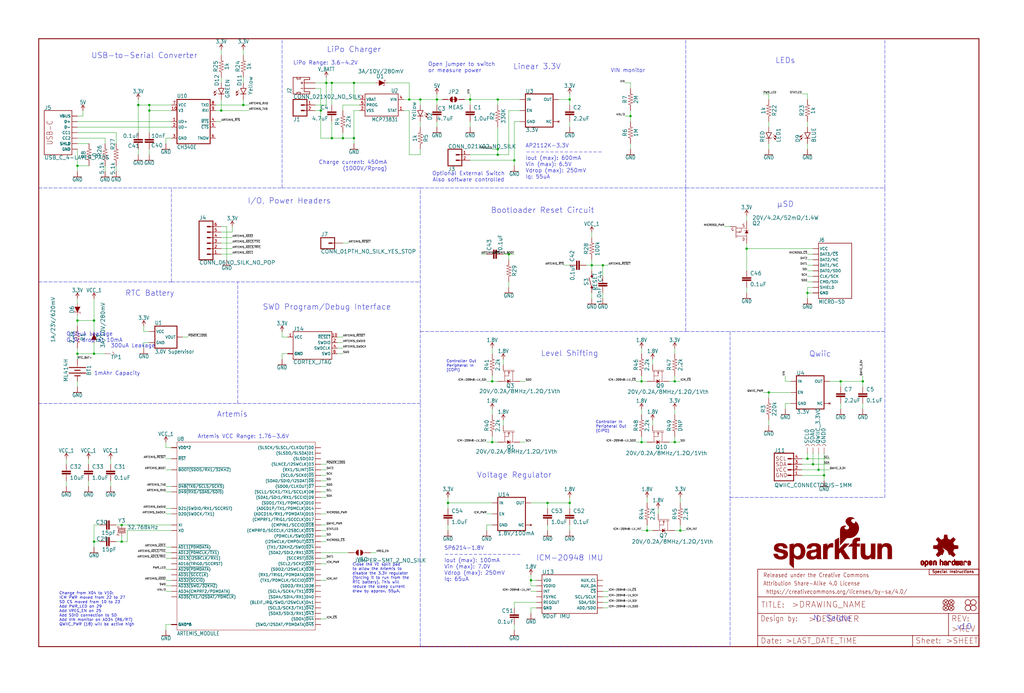
<source format=kicad_sch>
(kicad_sch (version 20211123) (generator eeschema)
  (paper "User" 470.306 318.414)
  (lib_symbols
    (symbol "eagleSchem-eagle-import:0.1UF-0402T-16V-10%"
      (property "Reference" "C" (at 1.524 2.921 0))
      (property "Value" "0.1UF-0402T-16V-10%" (at 1.524 -2.159 0))
      (symbol "0.1UF-0402T-16V-10%_1_0"
        (pin passive line (at 0 5.08 270) (length 2.54) (name "1") (number "1"))
        (pin passive line (at 0 -2.54 90) (length 2.54) (name "2") (number "2"))
      )
    )
    (symbol "eagleSchem-eagle-import:0.1UF-0402T-6.3V-10%-X7R"
      (property "Reference" "C" (at 1.524 2.921 0))
      (property "Value" "0.1UF-0402T-6.3V-10%-X7R" (at 1.524 -2.159 0))
      (symbol "0.1UF-0402T-6.3V-10%-X7R_1_0"
        (pin passive line (at 0 5.08 270) (length 2.54) (name "1") (number "1"))
        (pin passive line (at 0 -2.54 90) (length 2.54) (name "2") (number "2"))
      )
    )
    (symbol "eagleSchem-eagle-import:0OHM-0402T-1{slash}10W"
      (property "Reference" "R" (at 0 1.524 0))
      (property "Value" "0OHM-0402T-1{slash}10W" (at 0 -1.524 0))
      (symbol "0OHM-0402T-1{slash}10W_1_0"
        (pin passive line (at -5.08 0 0) (length 2.54) (name "1") (number "1"))
        (pin passive line (at 5.08 0 180) (length 2.54) (name "2") (number "2"))
      )
    )
    (symbol "eagleSchem-eagle-import:1.0NF{slash}1000PF-0402_TIGHT-50V-10%"
      (property "Reference" "C" (at 1.524 2.921 0))
      (property "Value" "1.0NF{slash}1000PF-0402_TIGHT-50V-10%" (at 1.524 -2.159 0))
      (symbol "1.0NF{slash}1000PF-0402_TIGHT-50V-10%_1_0"
        (pin passive line (at 0 5.08 270) (length 2.54) (name "1") (number "1"))
        (pin passive line (at 0 -2.54 90) (length 2.54) (name "2") (number "2"))
      )
    )
    (symbol "eagleSchem-eagle-import:1.0UF-0402T-16V-10%"
      (property "Reference" "C" (at 1.524 2.921 0))
      (property "Value" "1.0UF-0402T-16V-10%" (at 1.524 -2.159 0))
      (symbol "1.0UF-0402T-16V-10%_1_0"
        (pin passive line (at 0 5.08 270) (length 2.54) (name "1") (number "1"))
        (pin passive line (at 0 -2.54 90) (length 2.54) (name "2") (number "2"))
      )
    )
    (symbol "eagleSchem-eagle-import:1.8V" (power)
      (property "Value" "1.8V" (at 0 2.794 0))
      (symbol "1.8V_1_0"
        (pin power_in line (at 0 0 90) (length 2.54) (name "1.8V") (number "1"))
      )
    )
    (symbol "eagleSchem-eagle-import:100KOHM-0402T-1{slash}16W-1%"
      (property "Reference" "R" (at 0 1.524 0))
      (property "Value" "100KOHM-0402T-1{slash}16W-1%" (at 0 -1.524 0))
      (symbol "100KOHM-0402T-1{slash}16W-1%_1_0"
        (pin passive line (at -5.08 0 0) (length 2.54) (name "1") (number "1"))
        (pin passive line (at 5.08 0 180) (length 2.54) (name "2") (number "2"))
      )
    )
    (symbol "eagleSchem-eagle-import:10NF-0402T-25V-10%"
      (property "Reference" "C" (at 1.524 2.921 0))
      (property "Value" "10NF-0402T-25V-10%" (at 1.524 -2.159 0))
      (symbol "10NF-0402T-25V-10%_1_0"
        (pin passive line (at 0 5.08 270) (length 2.54) (name "1") (number "1"))
        (pin passive line (at 0 -2.54 90) (length 2.54) (name "2") (number "2"))
      )
    )
    (symbol "eagleSchem-eagle-import:10UF-0402T-6.3V-20%"
      (property "Reference" "C" (at 1.524 2.921 0))
      (property "Value" "10UF-0402T-6.3V-20%" (at 1.524 -2.159 0))
      (symbol "10UF-0402T-6.3V-20%_1_0"
        (pin passive line (at 0 5.08 270) (length 2.54) (name "1") (number "1"))
        (pin passive line (at 0 -2.54 90) (length 2.54) (name "2") (number "2"))
      )
    )
    (symbol "eagleSchem-eagle-import:15PF-0402T-50V-5%"
      (property "Reference" "C" (at 1.524 2.921 0))
      (property "Value" "15PF-0402T-50V-5%" (at 1.524 -2.159 0))
      (symbol "15PF-0402T-50V-5%_1_0"
        (pin passive line (at 0 5.08 270) (length 2.54) (name "1") (number "1"))
        (pin passive line (at 0 -2.54 90) (length 2.54) (name "2") (number "2"))
      )
    )
    (symbol "eagleSchem-eagle-import:1KOHM-0402T-1{slash}16W-1%"
      (property "Reference" "R" (at 0 1.524 0))
      (property "Value" "1KOHM-0402T-1{slash}16W-1%" (at 0 -1.524 0))
      (symbol "1KOHM-0402T-1{slash}16W-1%_1_0"
        (pin passive line (at -5.08 0 0) (length 2.54) (name "1") (number "1"))
        (pin passive line (at 5.08 0 180) (length 2.54) (name "2") (number "2"))
      )
    )
    (symbol "eagleSchem-eagle-import:1MOHM-0402T-1{slash}16W-1%"
      (property "Reference" "R" (at 0 1.524 0))
      (property "Value" "1MOHM-0402T-1{slash}16W-1%" (at 0 -1.524 0))
      (symbol "1MOHM-0402T-1{slash}16W-1%_1_0"
        (pin passive line (at -5.08 0 0) (length 2.54) (name "1") (number "1"))
        (pin passive line (at 5.08 0 180) (length 2.54) (name "2") (number "2"))
      )
    )
    (symbol "eagleSchem-eagle-import:2.2KOHM-0402T-1{slash}16W-1%"
      (property "Reference" "R" (at 0 1.524 0))
      (property "Value" "2.2KOHM-0402T-1{slash}16W-1%" (at 0 -1.524 0))
      (symbol "2.2KOHM-0402T-1{slash}16W-1%_1_0"
        (pin passive line (at -5.08 0 0) (length 2.54) (name "1") (number "1"))
        (pin passive line (at 5.08 0 180) (length 2.54) (name "2") (number "2"))
      )
    )
    (symbol "eagleSchem-eagle-import:2.2UF-0402_TIGHT-10V-10%-X5R"
      (property "Reference" "C" (at 1.524 2.921 0))
      (property "Value" "2.2UF-0402_TIGHT-10V-10%-X5R" (at 1.524 -2.159 0))
      (symbol "2.2UF-0402_TIGHT-10V-10%-X5R_1_0"
        (pin passive line (at 0 5.08 270) (length 2.54) (name "1") (number "1"))
        (pin passive line (at 0 -2.54 90) (length 2.54) (name "2") (number "2"))
      )
    )
    (symbol "eagleSchem-eagle-import:220KOHM-0402T-1{slash}16W-1%"
      (property "Reference" "R" (at 0 1.524 0))
      (property "Value" "220KOHM-0402T-1{slash}16W-1%" (at 0 -1.524 0))
      (symbol "220KOHM-0402T-1{slash}16W-1%_1_0"
        (pin passive line (at -5.08 0 0) (length 2.54) (name "1") (number "1"))
        (pin passive line (at 5.08 0 180) (length 2.54) (name "2") (number "2"))
      )
    )
    (symbol "eagleSchem-eagle-import:2MOHM-0402T-1{slash}16W-1%"
      (property "Reference" "R" (at 0 1.524 0))
      (property "Value" "2MOHM-0402T-1{slash}16W-1%" (at 0 -1.524 0))
      (symbol "2MOHM-0402T-1{slash}16W-1%_1_0"
        (pin passive line (at -5.08 0 0) (length 2.54) (name "1") (number "1"))
        (pin passive line (at 5.08 0 180) (length 2.54) (name "2") (number "2"))
      )
    )
    (symbol "eagleSchem-eagle-import:3.3V" (power)
      (property "Value" "3.3V" (at 0 2.794 0))
      (symbol "3.3V_1_0"
        (pin power_in line (at 0 0 90) (length 2.54) (name "3.3V") (number "1"))
      )
    )
    (symbol "eagleSchem-eagle-import:330KOHM-0402T-1{slash}16W-1%"
      (property "Reference" "R" (at 0 1.524 0))
      (property "Value" "330KOHM-0402T-1{slash}16W-1%" (at 0 -1.524 0))
      (symbol "330KOHM-0402T-1{slash}16W-1%_1_0"
        (pin passive line (at -5.08 0 0) (length 2.54) (name "1") (number "1"))
        (pin passive line (at 5.08 0 180) (length 2.54) (name "2") (number "2"))
      )
    )
    (symbol "eagleSchem-eagle-import:4.7UF-0402_TIGHT-6.3V-20%-X5R"
      (property "Reference" "C" (at 1.524 2.921 0))
      (property "Value" "4.7UF-0402_TIGHT-6.3V-20%-X5R" (at 1.524 -2.159 0))
      (symbol "4.7UF-0402_TIGHT-6.3V-20%-X5R_1_0"
        (pin passive line (at 0 5.08 270) (length 2.54) (name "1") (number "1"))
        (pin passive line (at 0 -2.54 90) (length 2.54) (name "2") (number "2"))
      )
    )
    (symbol "eagleSchem-eagle-import:5.1KOHM-0402T-1{slash}16W-1%"
      (property "Reference" "R" (at 0 1.524 0))
      (property "Value" "5.1KOHM-0402T-1{slash}16W-1%" (at 0 -1.524 0))
      (symbol "5.1KOHM-0402T-1{slash}16W-1%_1_0"
        (pin passive line (at -5.08 0 0) (length 2.54) (name "1") (number "1"))
        (pin passive line (at 5.08 0 180) (length 2.54) (name "2") (number "2"))
      )
    )
    (symbol "eagleSchem-eagle-import:5V" (power)
      (property "Value" "5V" (at 0 2.794 0))
      (symbol "5V_1_0"
        (pin power_in line (at 0 0 90) (length 2.54) (name "5V") (number "1"))
      )
    )
    (symbol "eagleSchem-eagle-import:ARTEMIS_MODULESMD"
      (property "Reference" "U" (at -30.48 41.148 0))
      (property "Value" "ARTEMIS_MODULESMD" (at -30.48 -48.26 0))
      (symbol "ARTEMIS_MODULESMD_1_0"
        (pin bidirectional line (at -33.02 -15.24 0) (length 2.54) (name "AD16(TRIG0/SCCRST)") (number "AD16"))
        (pin bidirectional line (at -33.02 -27.94 0) (length 2.54) (name "AD34(CMPRF2/PDMDATA)") (number "AD34"))
        (pin bidirectional line (at -33.02 27.94 0) (length 2.54) (name "~{BOOT(SDO5/RX1/32KHZ})") (number "BOOT"))
        (pin bidirectional line (at 35.56 38.1 180) (length 2.54) (name "(SLSCK/SLSCL/CLKOUT)D0") (number "D0"))
        (pin bidirectional line (at 35.56 35.56 180) (length 2.54) (name "(SLSDO/SLSDA)D1") (number "D1"))
        (pin bidirectional line (at 35.56 12.7 180) (length 2.54) (name "(SDO1/TX1/PDMCLK)D10") (number "D10"))
        (pin bidirectional line (at 35.56 10.16 180) (length 2.54) (name "(ADCD1P/TX1/PDMCLK)D14") (number "D14"))
        (pin bidirectional line (at 35.56 7.62 180) (length 2.54) (name "(ADCD1N/RX1/PDMDATA)D15") (number "D15"))
        (pin bidirectional line (at 35.56 5.08 180) (length 2.54) (name "(CMPRF1/TRIG1/SCCCLK)D17") (number "D17"))
        (pin bidirectional line (at 35.56 33.02 180) (length 2.54) (name "(SLSDI)D2") (number "D2"))
        (pin bidirectional line (at 35.56 30.48 180) (length 2.54) (name "(SLNCE/I2SWCLK)D3") (number "D3"))
        (pin bidirectional line (at 35.56 -20.32 180) (length 2.54) (name "(RX1/TRIG1/PDMDATA)D36") (number "D36"))
        (pin bidirectional line (at 35.56 -25.4 180) (length 2.54) (name "(SDO3/RX1)D38") (number "D38"))
        (pin bidirectional line (at 35.56 -30.48 180) (length 2.54) (name "(SDA4/SDI4/RX1)D40") (number "D40"))
        (pin bidirectional line (at 35.56 -33.02 180) (length 2.54) (name "(BLEIF_IRQ/SWO/I2SWCLK)D41") (number "D41"))
        (pin bidirectional line (at 35.56 20.32 180) (length 2.54) (name "(SDO0/CLKOUT)~{D7}") (number "D7"))
        (pin bidirectional line (at 35.56 17.78 180) (length 2.54) (name "(SCL1/SCK1/TX1/SCCLK)D8") (number "D8"))
        (pin bidirectional line (at 35.56 15.24 180) (length 2.54) (name "(SDA1/SDI1/RX1/SCCIO)D9") (number "D9"))
        (pin bidirectional line (at -33.02 -43.18 0) (length 2.54) (name "GND*6") (number "GND@1"))
        (pin bidirectional line (at -33.02 -43.18 0) (length 2.54) (name "GND*6") (number "GND@22"))
        (pin bidirectional line (at -33.02 -43.18 0) (length 2.54) (name "GND*6") (number "GND@38"))
        (pin bidirectional line (at -33.02 -43.18 0) (length 2.54) (name "GND*6") (number "GND@39"))
        (pin bidirectional line (at -33.02 -43.18 0) (length 2.54) (name "GND*6") (number "GND@47"))
        (pin bidirectional line (at -33.02 -43.18 0) (length 2.54) (name "GND*6") (number "GND@59"))
        (pin bidirectional line (at -33.02 17.78 0) (length 2.54) (name "~{D49(RX0/SDA5/SDI5})") (number "RXI-0"))
        (pin bidirectional line (at -33.02 7.62 0) (length 2.54) (name "D20(SWDCK/TX1)") (number "SWDCK"))
        (pin bidirectional line (at -33.02 10.16 0) (length 2.54) (name "D21(SWDIO/RX1/SCCRST)") (number "SWDIO"))
        (pin bidirectional line (at -33.02 20.32 0) (length 2.54) (name "~{D48(TX0/SCL5/SCK5})") (number "TXO-0"))
        (pin bidirectional line (at -33.02 38.1 0) (length 2.54) (name "VDD*2") (number "VDD@36"))
        (pin bidirectional line (at -33.02 38.1 0) (length 2.54) (name "VDD*2") (number "VDD@37"))
        (pin bidirectional line (at -33.02 2.54 0) (length 2.54) (name "XI") (number "XI"))
        (pin bidirectional line (at -33.02 0 0) (length 2.54) (name "XO") (number "XO"))
        (pin bidirectional line (at -33.02 -7.62 0) (length 2.54) (name "~{AD11(PDMDATA})") (number "~AD11"))
        (pin bidirectional line (at -33.02 -10.16 0) (length 2.54) (name "~{AD12(PDMCLK/TX1})") (number "~AD12"))
        (pin bidirectional line (at -33.02 -12.7 0) (length 2.54) (name "~{AD13(I2SBCLK/RX1})") (number "~AD13"))
        (pin bidirectional line (at -33.02 -17.78 0) (length 2.54) (name "~{AD29(PDMDATA})") (number "~AD29"))
        (pin bidirectional line (at -33.02 -20.32 0) (length 2.54) (name "~{AD31(SCCCLK})") (number "~AD31"))
        (pin bidirectional line (at -33.02 -22.86 0) (length 2.54) (name "~{AD32(SCCIO})") (number "~AD32"))
        (pin bidirectional line (at -33.02 -25.4 0) (length 2.54) (name "~{AD33(SWO/32KHZ})") (number "~AD33/SWO"))
        (pin bidirectional line (at -33.02 -30.48 0) (length 2.54) (name "~{AD35(TX1/I2SDAT/PDMCLK})") (number "~AD35"))
        (pin bidirectional line (at 35.56 2.54 180) (length 2.54) (name "(CMPIN1/SCCIO)~{D18}") (number "~D18"))
        (pin bidirectional line (at 35.56 0 180) (length 2.54) (name "(CMPRF0/SCCCLK/I2SBCLK)~{D19}") (number "~D19"))
        (pin bidirectional line (at 35.56 -2.54 180) (length 2.54) (name "(PDMCLK/SWO)~{D22}") (number "~D22"))
        (pin bidirectional line (at 35.56 -5.08 180) (length 2.54) (name "(I2SWCLK/CMPOUT)~{D23}") (number "~D23"))
        (pin bidirectional line (at 35.56 -7.62 180) (length 2.54) (name "(TX1/32KHZ/SWO)~{D24}") (number "~D24"))
        (pin bidirectional line (at 35.56 -10.16 180) (length 2.54) (name "(SDA2/SDI2/RX1)~{D25}") (number "~D25"))
        (pin bidirectional line (at 35.56 -12.7 180) (length 2.54) (name "(SCCRST)~{D26}") (number "~D26"))
        (pin bidirectional line (at 35.56 -15.24 180) (length 2.54) (name "(SCL2/SCK2)~{D27}") (number "~D27"))
        (pin bidirectional line (at 35.56 -17.78 180) (length 2.54) (name "(SDO2/I2SWCLK)~{D28}") (number "~D28"))
        (pin bidirectional line (at 35.56 -22.86 180) (length 2.54) (name "(TX1/PDMCLK/SCCIO)~{D37}") (number "~D37"))
        (pin bidirectional line (at 35.56 -27.94 180) (length 2.54) (name "(SCL4/SCK4/TX1)~{D39}") (number "~D39"))
        (pin bidirectional line (at 35.56 27.94 180) (length 2.54) (name "(RX1/SLINT)~{D4}") (number "~D4"))
        (pin bidirectional line (at 35.56 -35.56 180) (length 2.54) (name "(SCL3/SCK3/TX1)~{D42}") (number "~D42"))
        (pin bidirectional line (at 35.56 -38.1 180) (length 2.54) (name "(SDA3/SDI3/RX1)~{D43}") (number "~D43"))
        (pin bidirectional line (at 35.56 -40.64 180) (length 2.54) (name "(SDO4)~{D44}") (number "~D44"))
        (pin bidirectional line (at 35.56 -43.18 180) (length 2.54) (name "(SWO/I2SDAT/PDMDATA)~{D45}") (number "~D45"))
        (pin bidirectional line (at 35.56 25.4 180) (length 2.54) (name "(SCL0/SCK0)~{D5}") (number "~D5"))
        (pin bidirectional line (at 35.56 22.86 180) (length 2.54) (name "(SDA0/SDI0/I2SDAT)~{D6}") (number "~D6"))
        (pin bidirectional line (at -33.02 33.02 0) (length 2.54) (name "~{RST}") (number "~RST"))
      )
    )
    (symbol "eagleSchem-eagle-import:CH340E_MSOP10"
      (property "Reference" "U" (at -7.62 10.795 0))
      (property "Value" "CH340E_MSOP10" (at -7.62 -12.7 0))
      (symbol "CH340E_MSOP10_1_0"
        (pin bidirectional line (at -10.16 0 0) (length 2.54) (name "UD+") (number "1"))
        (pin bidirectional line (at -10.16 5.08 0) (length 2.54) (name "V3") (number "10"))
        (pin bidirectional line (at -10.16 -2.54 0) (length 2.54) (name "UD-") (number "2"))
        (pin bidirectional line (at -10.16 -7.62 0) (length 2.54) (name "GND") (number "3"))
        (pin bidirectional line (at 10.16 0 180) (length 2.54) (name "~{RTS}") (number "4"))
        (pin bidirectional line (at 10.16 -2.54 180) (length 2.54) (name "~{CTS}") (number "5"))
        (pin bidirectional line (at 10.16 -7.62 180) (length 2.54) (name "TNOW") (number "6"))
        (pin bidirectional line (at -10.16 7.62 0) (length 2.54) (name "VCC") (number "7"))
        (pin bidirectional line (at 10.16 7.62 180) (length 2.54) (name "TXO") (number "8"))
        (pin bidirectional line (at 10.16 5.08 180) (length 2.54) (name "RXI") (number "9"))
      )
    )
    (symbol "eagleSchem-eagle-import:CONN_01PTH_NO_SILK_YES_STOP"
      (property "Reference" "J" (at -2.54 3.048 0))
      (property "Value" "CONN_01PTH_NO_SILK_YES_STOP" (at -2.54 -4.826 0))
      (symbol "CONN_01PTH_NO_SILK_YES_STOP_1_0"
        (pin passive line (at 7.62 0 180) (length 5.08) (name "1") (number "1"))
      )
    )
    (symbol "eagleSchem-eagle-import:CONN_021X02_NO_SILK"
      (property "Reference" "J" (at -2.54 5.588 0))
      (property "Value" "CONN_021X02_NO_SILK" (at -2.54 -4.826 0))
      (symbol "CONN_021X02_NO_SILK_1_0"
        (pin passive line (at 7.62 0 180) (length 5.08) (name "1") (number "1"))
        (pin passive line (at 7.62 2.54 180) (length 5.08) (name "2") (number "2"))
      )
    )
    (symbol "eagleSchem-eagle-import:CONN_06NO_SILK_NO_POP"
      (property "Reference" "J" (at -5.08 10.668 0))
      (property "Value" "CONN_06NO_SILK_NO_POP" (at -5.08 -9.906 0))
      (symbol "CONN_06NO_SILK_NO_POP_1_0"
        (pin passive line (at 5.08 -5.08 180) (length 5.08) (name "1") (number "1"))
        (pin passive line (at 5.08 -2.54 180) (length 5.08) (name "2") (number "2"))
        (pin passive line (at 5.08 0 180) (length 5.08) (name "3") (number "3"))
        (pin passive line (at 5.08 2.54 180) (length 5.08) (name "4") (number "4"))
        (pin passive line (at 5.08 5.08 180) (length 5.08) (name "5") (number "5"))
        (pin passive line (at 5.08 7.62 180) (length 5.08) (name "6") (number "6"))
      )
    )
    (symbol "eagleSchem-eagle-import:CORTEX_JTAG_DEBUG_MINIMUM_PTH"
      (property "Reference" "J" (at -10.16 7.874 0))
      (property "Value" "CORTEX_JTAG_DEBUG_MINIMUM_PTH" (at -10.16 -7.366 0))
      (symbol "CORTEX_JTAG_DEBUG_MINIMUM_PTH_1_0"
        (pin bidirectional line (at -12.7 5.08 0) (length 2.54) (name "VCC") (number "1"))
        (pin bidirectional line (at 10.16 5.08 180) (length 2.54) (name "~{RESET}") (number "10"))
        (pin bidirectional line (at 10.16 2.54 180) (length 2.54) (name "SWDIO") (number "2"))
        (pin bidirectional line (at -12.7 -2.54 0) (length 2.54) (name "GND") (number "3"))
        (pin bidirectional line (at 10.16 0 180) (length 2.54) (name "SWDCLK") (number "4"))
        (pin bidirectional line (at -12.7 -2.54 0) (length 2.54) (name "GND") (number "5"))
        (pin bidirectional line (at 10.16 -2.54 180) (length 2.54) (name "SWO") (number "6"))
        (pin bidirectional line (at -12.7 -2.54 0) (length 2.54) (name "GND") (number "9"))
      )
    )
    (symbol "eagleSchem-eagle-import:CRYSTAL-32.768KHZSMD-3.2X1.5"
      (property "Reference" "Y" (at 0 2.032 0))
      (property "Value" "CRYSTAL-32.768KHZSMD-3.2X1.5" (at 0 -2.032 0))
      (symbol "CRYSTAL-32.768KHZSMD-3.2X1.5_1_0"
        (text "1" (at -2.159 -1.143 0) (effects (font (size 0.8636 0.734)) (justify left bottom)))
        (text "2" (at 1.524 -1.143 0) (effects (font (size 0.8636 0.734)) (justify left bottom)))
        (pin passive line (at -2.54 0 0) (length 0) (name "1") (number "P$1"))
        (pin passive line (at 2.54 0 180) (length 0) (name "2") (number "P$2"))
      )
    )
    (symbol "eagleSchem-eagle-import:DIODE-SCHOTTKY-BAT20J"
      (property "Reference" "D" (at -2.54 2.032 0))
      (property "Value" "DIODE-SCHOTTKY-BAT20J" (at -2.54 -2.032 0))
      (symbol "DIODE-SCHOTTKY-BAT20J_1_0"
        (pin passive line (at -2.54 0 0) (length 0) (name "A") (number "A"))
        (pin passive line (at 2.54 0 180) (length 0) (name "C") (number "C"))
      )
    )
    (symbol "eagleSchem-eagle-import:DIODE-SCHOTTKY-BAT60A"
      (property "Reference" "D" (at -2.54 2.032 0))
      (property "Value" "DIODE-SCHOTTKY-BAT60A" (at -2.54 -2.032 0))
      (symbol "DIODE-SCHOTTKY-BAT60A_1_0"
        (pin passive line (at -2.54 0 0) (length 0) (name "A") (number "A"))
        (pin passive line (at 2.54 0 180) (length 0) (name "C") (number "C"))
      )
    )
    (symbol "eagleSchem-eagle-import:FIDUCIAL1X2")
    (symbol "eagleSchem-eagle-import:FRAME-LEDGER"
      (symbol "FRAME-LEDGER_2_0"
        (text " https://creativecommons.org/licenses/by-sa/4.0/" (at 2.54 24.13 0) (effects (font (size 1.9304 1.6408)) (justify left bottom)))
        (text ">DESIGNER" (at 23.114 11.176 0) (effects (font (size 2.7432 2.7432)) (justify left bottom)))
        (text ">DRAWING_NAME" (at 15.494 17.78 0) (effects (font (size 2.7432 2.7432)) (justify left bottom)))
        (text ">LAST_DATE_TIME" (at 12.7 1.27 0) (effects (font (size 2.54 2.54)) (justify left bottom)))
        (text ">REV" (at 88.9 6.604 0) (effects (font (size 2.7432 2.7432)) (justify left bottom)))
        (text ">SHEET" (at 86.36 1.27 0) (effects (font (size 2.54 2.54)) (justify left bottom)))
        (text "Attribution Share-Alike 4.0 License" (at 2.54 27.94 0) (effects (font (size 1.9304 1.6408)) (justify left bottom)))
        (text "Date:" (at 1.27 1.27 0) (effects (font (size 2.54 2.54)) (justify left bottom)))
        (text "Design by:" (at 1.27 11.43 0) (effects (font (size 2.54 2.159)) (justify left bottom)))
        (text "Released under the Creative Commons" (at 2.54 31.75 0) (effects (font (size 1.9304 1.6408)) (justify left bottom)))
        (text "REV:" (at 88.9 11.43 0) (effects (font (size 2.54 2.54)) (justify left bottom)))
        (text "Sheet:" (at 72.39 1.27 0) (effects (font (size 2.54 2.54)) (justify left bottom)))
        (text "TITLE:" (at 1.524 17.78 0) (effects (font (size 2.54 2.54)) (justify left bottom)))
      )
    )
    (symbol "eagleSchem-eagle-import:GND" (power)
      (property "Value" "GND" (at 0 -0.254 0))
      (symbol "GND_1_0"
        (pin power_in line (at 0 2.54 270) (length 2.54) (name "GND") (number "1"))
      )
    )
    (symbol "eagleSchem-eagle-import:ICM-20948"
      (property "Reference" "U" (at -12.7 10.414 0))
      (property "Value" "ICM-20948" (at -12.7 -7.874 0))
      (symbol "ICM-20948_1_0"
        (pin bidirectional line (at -15.24 -2.54 0) (length 2.54) (name "REGOUT") (number "10"))
        (pin bidirectional line (at -15.24 0 0) (length 2.54) (name "FSYNC") (number "11"))
        (pin bidirectional line (at -15.24 2.54 0) (length 2.54) (name "INT") (number "12"))
        (pin bidirectional line (at -15.24 7.62 0) (length 2.54) (name "VDD") (number "13"))
        (pin bidirectional line (at -15.24 -5.08 0) (length 2.54) (name "GND") (number "18"))
        (pin bidirectional line (at -15.24 -5.08 0) (length 2.54) (name "GND") (number "20"))
        (pin bidirectional line (at 15.24 5.08 180) (length 2.54) (name "AUX_DA") (number "21"))
        (pin bidirectional line (at 15.24 2.54 180) (length 2.54) (name "~{CS}") (number "22"))
        (pin bidirectional line (at 15.24 0 180) (length 2.54) (name "SCL/SCLK") (number "23"))
        (pin bidirectional line (at 15.24 -2.54 180) (length 2.54) (name "SDA/SDI") (number "24"))
        (pin bidirectional line (at 15.24 7.62 180) (length 2.54) (name "AUX_CL") (number "7"))
        (pin bidirectional line (at -15.24 5.08 0) (length 2.54) (name "VDDIO") (number "8"))
        (pin bidirectional line (at 15.24 -5.08 180) (length 2.54) (name "AD0/SDO") (number "9"))
      )
    )
    (symbol "eagleSchem-eagle-import:JST_2MM_MALE"
      (property "Reference" "J" (at -2.54 5.842 0))
      (symbol "JST_2MM_MALE_1_0"
        (pin bidirectional line (at 0 -5.08 90) (length 5.08) (name "-") (number "1"))
        (pin bidirectional line (at 2.54 -5.08 90) (length 5.08) (name "+") (number "2"))
        (pin bidirectional line (at -2.54 2.54 90) (length 0) (name "PAD1") (number "NC1"))
        (pin bidirectional line (at 5.08 2.54 90) (length 0) (name "PAD2") (number "NC2"))
      )
    )
    (symbol "eagleSchem-eagle-import:JUMPER-COMBO_2_NC_TRACE"
      (property "Reference" "JP" (at -2.54 2.54 0))
      (property "Value" "JUMPER-COMBO_2_NC_TRACE" (at -2.54 -2.54 0))
      (symbol "JUMPER-COMBO_2_NC_TRACE_1_0"
        (pin passive line (at -5.08 0 0) (length 2.54) (name "1") (number "1"))
        (pin passive line (at 5.08 0 180) (length 2.54) (name "2") (number "2"))
        (pin passive line (at -5.08 0 0) (length 2.54) (name "1") (number "3"))
        (pin passive line (at 5.08 0 180) (length 2.54) (name "2") (number "4"))
      )
    )
    (symbol "eagleSchem-eagle-import:JUMPER-SMT_2_NO_SILK"
      (property "Reference" "JP" (at -2.54 2.54 0))
      (property "Value" "JUMPER-SMT_2_NO_SILK" (at -2.54 -2.54 0))
      (symbol "JUMPER-SMT_2_NO_SILK_1_0"
        (pin passive line (at -5.08 0 0) (length 2.54) (name "1") (number "1"))
        (pin passive line (at 5.08 0 180) (length 2.54) (name "2") (number "2"))
      )
    )
    (symbol "eagleSchem-eagle-import:LED-BLUE0603"
      (property "Reference" "D" (at -3.429 -4.572 90))
      (property "Value" "LED-BLUE0603" (at 1.905 -4.572 90))
      (symbol "LED-BLUE0603_1_0"
        (pin passive line (at 0 2.54 270) (length 2.54) (name "A") (number "A"))
        (pin passive line (at 0 -5.08 90) (length 2.54) (name "C") (number "C"))
      )
    )
    (symbol "eagleSchem-eagle-import:LED-GREEN0603"
      (property "Reference" "D" (at -3.429 -4.572 90))
      (property "Value" "LED-GREEN0603" (at 1.905 -4.572 90))
      (symbol "LED-GREEN0603_1_0"
        (pin passive line (at 0 2.54 270) (length 2.54) (name "A") (number "A"))
        (pin passive line (at 0 -5.08 90) (length 2.54) (name "C") (number "C"))
      )
    )
    (symbol "eagleSchem-eagle-import:LED-RED0603"
      (property "Reference" "D" (at -3.429 -4.572 90))
      (property "Value" "LED-RED0603" (at 1.905 -4.572 90))
      (symbol "LED-RED0603_1_0"
        (pin passive line (at 0 2.54 270) (length 2.54) (name "A") (number "A"))
        (pin passive line (at 0 -5.08 90) (length 2.54) (name "C") (number "C"))
      )
    )
    (symbol "eagleSchem-eagle-import:LED-YELLOW0603"
      (property "Reference" "D" (at -3.429 -4.572 90))
      (property "Value" "LED-YELLOW0603" (at 1.905 -4.572 90))
      (symbol "LED-YELLOW0603_1_0"
        (pin passive line (at 0 2.54 270) (length 2.54) (name "A") (number "A"))
        (pin passive line (at 0 -5.08 90) (length 2.54) (name "C") (number "C"))
      )
    )
    (symbol "eagleSchem-eagle-import:MCP73831"
      (property "Reference" "U" (at -7.62 5.588 0))
      (property "Value" "MCP73831" (at -7.62 -7.62 0))
      (symbol "MCP73831_1_0"
        (pin output line (at -10.16 -2.54 0) (length 2.54) (name "STAT") (number "1"))
        (pin power_in line (at 10.16 -2.54 180) (length 2.54) (name "VSS") (number "2"))
        (pin power_in line (at 10.16 2.54 180) (length 2.54) (name "VBAT") (number "3"))
        (pin power_in line (at -10.16 2.54 0) (length 2.54) (name "VIN") (number "4"))
        (pin input line (at 10.16 0 180) (length 2.54) (name "PROG") (number "5"))
      )
    )
    (symbol "eagleSchem-eagle-import:MICRO-SD-SDIOPUSH-PUSH"
      (property "Reference" "J" (at -5.08 13.208 0))
      (property "Value" "MICRO-SD-SDIOPUSH-PUSH" (at -5.08 -15.24 0))
      (symbol "MICRO-SD-SDIOPUSH-PUSH_1_0"
        (pin bidirectional line (at -7.62 -7.62 0) (length 2.54) (name "SHIELD") (number "CD1"))
        (pin bidirectional line (at -7.62 7.62 0) (length 2.54) (name "DAT3/~{CS}") (number "CS/DAT3"))
        (pin bidirectional line (at -7.62 2.54 0) (length 2.54) (name "DAT1/NC") (number "DAT1"))
        (pin bidirectional line (at -7.62 5.08 0) (length 2.54) (name "DAT2/NC") (number "DAT2"))
        (pin bidirectional line (at -7.62 -5.08 0) (length 2.54) (name "CMD/SDI") (number "DI/CMD"))
        (pin bidirectional line (at -7.62 0 0) (length 2.54) (name "DAT0/SDO") (number "DO/DAT0"))
        (pin bidirectional line (at -7.62 -10.16 0) (length 2.54) (name "GND") (number "GND"))
        (pin bidirectional line (at -7.62 -10.16 0) (length 2.54) (name "GND") (number "GND1"))
        (pin bidirectional line (at -7.62 -10.16 0) (length 2.54) (name "GND") (number "GND3"))
        (pin bidirectional line (at -7.62 -2.54 0) (length 2.54) (name "CLK/SCK") (number "SCLK"))
        (pin bidirectional line (at -7.62 10.16 0) (length 2.54) (name "VCC") (number "VCC"))
      )
    )
    (symbol "eagleSchem-eagle-import:ML414H_IV01E_BATTERY"
      (property "Reference" "BT" (at 0 4.318 0))
      (property "Value" "ML414H_IV01E_BATTERY" (at 0 -4.318 0))
      (symbol "ML414H_IV01E_BATTERY_1_0"
        (pin power_in line (at -5.08 0 0) (length 2.54) (name "+") (number "+"))
        (pin power_in line (at 5.08 0 180) (length 2.54) (name "-") (number "-"))
      )
    )
    (symbol "eagleSchem-eagle-import:MOMENTARY-SWITCH-SPST-SMD-4.6X2.8MM"
      (property "Reference" "S" (at 0 1.524 0))
      (property "Value" "MOMENTARY-SWITCH-SPST-SMD-4.6X2.8MM" (at 0 -0.508 0))
      (symbol "MOMENTARY-SWITCH-SPST-SMD-4.6X2.8MM_1_0"
        (pin passive line (at -5.08 0 0) (length 2.54) (name "1") (number "1"))
        (pin passive line (at -5.08 0 0) (length 2.54) (name "1") (number "2"))
        (pin passive line (at 5.08 0 180) (length 2.54) (name "2") (number "3"))
        (pin passive line (at 5.08 0 180) (length 2.54) (name "2") (number "4"))
      )
    )
    (symbol "eagleSchem-eagle-import:MOSFET-NCH-RE1C00UNTL"
      (property "Reference" "Q" (at 5.08 0 0))
      (property "Value" "MOSFET-NCH-RE1C00UNTL" (at 5.08 -2.54 0))
      (symbol "MOSFET-NCH-RE1C00UNTL_1_0"
        (pin bidirectional line (at -5.08 -2.54 0) (length 2.54) (name "G") (number "1"))
        (pin bidirectional line (at 2.54 -5.08 90) (length 2.54) (name "S") (number "2"))
        (pin bidirectional line (at 2.54 5.08 270) (length 2.54) (name "D") (number "3"))
      )
    )
    (symbol "eagleSchem-eagle-import:MOSFET_PCH-DMG2305UX-7"
      (property "Reference" "Q" (at 5.08 0 0))
      (property "Value" "MOSFET_PCH-DMG2305UX-7" (at 5.08 -2.54 0))
      (symbol "MOSFET_PCH-DMG2305UX-7_1_0"
        (text "D" (at 0.508 2.54 0) (effects (font (size 1.27 1.0795)) (justify left bottom)))
        (text "G" (at -3.302 -0.508 0) (effects (font (size 1.27 1.0795)) (justify right top)))
        (text "S" (at 0.508 -3.81 0) (effects (font (size 1.27 1.0795)) (justify left bottom)))
        (pin bidirectional line (at -5.08 -2.54 0) (length 2.54) (name "G") (number "1"))
        (pin bidirectional line (at 2.54 -5.08 90) (length 2.54) (name "S") (number "2"))
        (pin bidirectional line (at 2.54 5.08 270) (length 2.54) (name "D") (number "3"))
      )
    )
    (symbol "eagleSchem-eagle-import:OSHW-LOGOS")
    (symbol "eagleSchem-eagle-import:QWIIC_CONNECTORJS-1MM"
      (property "Reference" "J" (at -5.08 7.874 0))
      (property "Value" "QWIIC_CONNECTORJS-1MM" (at -5.08 -5.334 0))
      (symbol "QWIIC_CONNECTORJS-1MM_1_0"
        (text "GND" (at -4.572 -2.54 0) (effects (font (size 1.778 1.778)) (justify left)))
        (text "SCL" (at -4.572 5.08 0) (effects (font (size 1.778 1.778)) (justify left)))
        (text "SDA" (at -4.572 2.54 0) (effects (font (size 1.778 1.778)) (justify left)))
        (text "VCC" (at -4.572 0 0) (effects (font (size 1.778 1.778)) (justify left)))
        (pin power_in line (at 7.62 -2.54 180) (length 5.08) (name "1") (number "1"))
        (pin power_in line (at 7.62 0 180) (length 5.08) (name "2") (number "2"))
        (pin passive line (at 7.62 2.54 180) (length 5.08) (name "3") (number "3"))
        (pin passive line (at 7.62 5.08 180) (length 5.08) (name "4") (number "4"))
      )
    )
    (symbol "eagleSchem-eagle-import:RESISTOR0402T"
      (property "Reference" "R" (at 0 1.524 0))
      (property "Value" "RESISTOR0402T" (at 0 -1.524 0))
      (symbol "RESISTOR0402T_1_0"
        (pin passive line (at -5.08 0 0) (length 2.54) (name "1") (number "1"))
        (pin passive line (at 5.08 0 180) (length 2.54) (name "2") (number "2"))
      )
    )
    (symbol "eagleSchem-eagle-import:SFE_LOGO_FLAME.1_INCH")
    (symbol "eagleSchem-eagle-import:SFE_LOGO_NAME.1_INCH")
    (symbol "eagleSchem-eagle-import:SPECIAL_INSTRUCTIONS-ORDERING"
      (symbol "SPECIAL_INSTRUCTIONS-ORDERING_1_0"
        (text "Special Instructions" (at 1.27 0.6985 0) (effects (font (size 1.27 1.27) (thickness 0.254) bold) (justify left bottom)))
      )
    )
    (symbol "eagleSchem-eagle-import:STAND-OFF")
    (symbol "eagleSchem-eagle-import:TEST-POINT3"
      (property "Reference" "TP" (at -2.54 2.54 0))
      (property "Value" "TEST-POINT3" (at -2.54 -2.54 0))
      (symbol "TEST-POINT3_1_0"
        (pin bidirectional line (at 0 0 180) (length 0) (name "1") (number "P$1"))
      )
    )
    (symbol "eagleSchem-eagle-import:TEST-POINTTP_15TH_THRU"
      (property "Reference" "TP" (at -2.54 2.54 0))
      (property "Value" "TEST-POINTTP_15TH_THRU" (at -2.54 -2.54 0))
      (symbol "TEST-POINTTP_15TH_THRU_1_0"
        (pin bidirectional line (at 0 0 180) (length 0) (name "1") (number "P$1"))
      )
    )
    (symbol "eagleSchem-eagle-import:USB_C_4-LAYER_PADS"
      (property "Reference" "J" (at -2.54 10.414 0))
      (property "Value" "USB_C_4-LAYER_PADS" (at -2.54 -12.446 0))
      (symbol "USB_C_4-LAYER_PADS_1_0"
        (text "USB-C" (at 0 0 900) (effects (font (size 2.54 2.159))))
        (pin bidirectional line (at 12.7 0 180) (length 2.54) (name "CC1") (number "A5"))
        (pin bidirectional line (at 12.7 5.08 180) (length 2.54) (name "D+") (number "A6"))
        (pin bidirectional line (at 12.7 2.54 180) (length 2.54) (name "D-") (number "A7"))
        (pin bidirectional line (at 12.7 -2.54 180) (length 2.54) (name "CC2") (number "B5"))
        (pin bidirectional line (at 12.7 5.08 180) (length 2.54) (name "D+") (number "B6"))
        (pin bidirectional line (at 12.7 2.54 180) (length 2.54) (name "D-") (number "B7"))
        (pin bidirectional line (at 12.7 -7.62 180) (length 2.54) (name "GND") (number "GND"))
        (pin bidirectional line (at 12.7 -7.62 180) (length 2.54) (name "GND") (number "GND2"))
        (pin bidirectional line (at 12.7 -5.08 180) (length 2.54) (name "SHLD") (number "SHLD1"))
        (pin bidirectional line (at 12.7 -5.08 180) (length 2.54) (name "SHLD") (number "SHLD2"))
        (pin bidirectional line (at 12.7 -5.08 180) (length 2.54) (name "SHLD") (number "SHLD3"))
        (pin bidirectional line (at 12.7 -5.08 180) (length 2.54) (name "SHLD") (number "SHLD4"))
        (pin bidirectional line (at 12.7 7.62 180) (length 2.54) (name "VBUS") (number "VBUS1"))
        (pin bidirectional line (at 12.7 7.62 180) (length 2.54) (name "VBUS") (number "VBUS2"))
      )
    )
    (symbol "eagleSchem-eagle-import:VCC_1" (power)
      (property "Value" "VCC_1" (at 0 2.794 0))
      (symbol "VCC_1_1_0"
        (pin power_in line (at 0 0 90) (length 2.54) (name "VCC_1") (number "1"))
      )
    )
    (symbol "eagleSchem-eagle-import:V_BATT" (power)
      (property "Value" "V_BATT" (at 0 2.794 0))
      (symbol "V_BATT_1_0"
        (pin power_in line (at 0 0 90) (length 2.54) (name "V_BATT") (number "1"))
      )
    )
    (symbol "eagleSchem-eagle-import:V_REG_AP2112K-3.3V"
      (property "Reference" "U" (at -7.62 7.874 0))
      (property "Value" "V_REG_AP2112K-3.3V" (at -7.62 -7.874 0))
      (symbol "V_REG_AP2112K-3.3V_1_0"
        (pin input line (at -10.16 5.08 0) (length 2.54) (name "IN") (number "1"))
        (pin input line (at -10.16 -5.08 0) (length 2.54) (name "GND") (number "2"))
        (pin input line (at -10.16 0 0) (length 2.54) (name "EN") (number "3"))
        (pin no_connect line (at 7.62 -5.08 180) (length 2.54) (name "NC") (number "4"))
        (pin passive line (at 7.62 5.08 180) (length 2.54) (name "OUT") (number "5"))
      )
    )
    (symbol "eagleSchem-eagle-import:V_REG_SP6214-1.8V"
      (property "Reference" "U" (at -7.62 7.874 0))
      (property "Value" "V_REG_SP6214-1.8V" (at -7.62 -7.874 0))
      (symbol "V_REG_SP6214-1.8V_1_0"
        (pin input line (at -10.16 5.08 0) (length 2.54) (name "IN") (number "1"))
        (pin input line (at -10.16 -5.08 0) (length 2.54) (name "GND") (number "2"))
        (pin input line (at -10.16 0 0) (length 2.54) (name "EN") (number "3"))
        (pin no_connect line (at 7.62 -5.08 180) (length 2.54) (name "NC") (number "4"))
        (pin passive line (at 7.62 5.08 180) (length 2.54) (name "OUT") (number "5"))
      )
    )
    (symbol "eagleSchem-eagle-import:V_SUPERVISOR"
      (property "Reference" "U" (at -5.08 5.588 0))
      (property "Value" "V_SUPERVISOR" (at -5.08 -7.62 0))
      (symbol "V_SUPERVISOR_1_0"
        (pin input line (at -7.62 -2.54 0) (length 2.54) (name "GND") (number "1"))
        (pin output line (at 7.62 0 180) (length 2.54) (name "VOUT") (number "2"))
        (pin input line (at -7.62 2.54 0) (length 2.54) (name "VCC") (number "3"))
      )
    )
  )
  (junction (at 342.9 114.3))
  (junction (at 147.32 50.8))
  (junction (at 276.86 121.92))
  (junction (at 353.06 180.34))
  (junction (at 162.56 38.1))
  (junction (at 370.84 210.82))
  (junction (at 215.9 45.72))
  (junction (at 35.56 162.56))
  (junction (at 243.84 266.7))
  (junction (at 370.84 134.62))
  (junction (at 309.88 203.2))
  (junction (at 63.5 48.26))
  (junction (at 375.92 215.9))
  (junction (at 149.86 38.1))
  (junction (at 200.66 45.72))
  (junction (at 226.06 203.2))
  (junction (at 43.18 248.92))
  (junction (at 396.24 175.26))
  (junction (at 43.18 162.56))
  (junction (at 55.88 248.92))
  (junction (at 251.46 231.14))
  (junction (at 228.6 68.58))
  (junction (at 386.08 175.26))
  (junction (at 157.48 63.5))
  (junction (at 68.58 48.26))
  (junction (at 261.62 45.72))
  (junction (at 35.56 147.32))
  (junction (at 35.56 76.2))
  (junction (at 261.62 231.14))
  (junction (at 152.4 63.5))
  (junction (at 187.96 45.72))
  (junction (at 378.46 218.44))
  (junction (at 294.64 203.2))
  (junction (at 373.38 213.36))
  (junction (at 162.56 63.5))
  (junction (at 271.78 121.92))
  (junction (at 309.88 175.26))
  (junction (at 289.56 53.34))
  (junction (at 111.76 48.26))
  (junction (at 152.4 38.1))
  (junction (at 55.88 241.3))
  (junction (at 294.64 175.26))
  (junction (at 226.06 175.26))
  (junction (at 236.22 73.66))
  (junction (at 297.18 243.84))
  (junction (at 205.74 231.14))
  (junction (at 228.6 45.72))
  (junction (at 43.18 147.32))
  (junction (at 233.68 116.84))
  (junction (at 312.42 243.84))
  (junction (at 228.6 71.12))
  (junction (at 68.58 50.8))
  (junction (at 193.04 45.72))
  (junction (at 101.6 50.8))
  (wire (pts (xy 78.74 215.9) (xy 76.2 215.9)))
  (wire (pts (xy 68.58 157.48) (xy 66.04 157.48)))
  (wire (pts (xy 63.5 45.72) (xy 63.5 48.26)))
  (wire (pts (xy 215.9 58.42) (xy 215.9 55.88)))
  (wire (pts (xy 223.52 203.2) (xy 226.06 203.2)))
  (wire (pts (xy 35.56 137.16) (xy 35.56 139.7)))
  (wire (pts (xy 378.46 218.44) (xy 378.46 220.98)))
  (wire (pts (xy 78.74 254) (xy 76.2 254)))
  (wire (pts (xy 78.74 251.46) (xy 76.2 251.46)))
  (polyline (pts (xy 17.78 129.54) (xy 78.74 129.54)))
  (wire (pts (xy 147.32 246.38) (xy 149.86 246.38)))
  (wire (pts (xy 368.3 213.36) (xy 373.38 213.36)))
  (wire (pts (xy 106.68 106.68) (xy 106.68 104.14)))
  (wire (pts (xy 187.96 45.72) (xy 193.04 45.72)))
  (wire (pts (xy 231.14 193.04) (xy 231.14 195.58)))
  (wire (pts (xy 233.68 132.08) (xy 233.68 129.54)))
  (wire (pts (xy 99.06 50.8) (xy 101.6 50.8)))
  (wire (pts (xy 35.56 68.58) (xy 35.56 76.2)))
  (wire (pts (xy 236.22 276.86) (xy 236.22 279.4)))
  (wire (pts (xy 307.34 203.2) (xy 309.88 203.2)))
  (wire (pts (xy 226.06 203.2) (xy 228.6 203.2)))
  (wire (pts (xy 187.96 38.1) (xy 187.96 45.72)))
  (wire (pts (xy 373.38 132.08) (xy 370.84 132.08)))
  (polyline (pts (xy 335.28 228.6) (xy 335.28 297.18)))
  (polyline (pts (xy 17.78 185.42) (xy 109.22 185.42)))
  (wire (pts (xy 238.76 55.88) (xy 236.22 55.88)))
  (wire (pts (xy 353.06 182.88) (xy 353.06 180.34)))
  (wire (pts (xy 213.36 45.72) (xy 215.9 45.72)))
  (wire (pts (xy 78.74 210.82) (xy 76.2 210.82)))
  (wire (pts (xy 276.86 127) (xy 276.86 121.92)))
  (wire (pts (xy 35.56 162.56) (xy 43.18 162.56)))
  (wire (pts (xy 309.88 200.66) (xy 309.88 203.2)))
  (polyline (pts (xy 314.96 152.4) (xy 335.28 152.4)))
  (wire (pts (xy 78.74 241.3) (xy 55.88 241.3)))
  (wire (pts (xy 279.4 121.92) (xy 276.86 121.92)))
  (wire (pts (xy 147.32 226.06) (xy 149.86 226.06)))
  (wire (pts (xy 396.24 175.26) (xy 396.24 172.72)))
  (wire (pts (xy 30.48 223.52) (xy 30.48 220.98)))
  (wire (pts (xy 360.68 185.42) (xy 360.68 187.96)))
  (wire (pts (xy 289.56 53.34) (xy 287.02 53.34)))
  (wire (pts (xy 228.6 45.72) (xy 215.9 45.72)))
  (wire (pts (xy 342.9 124.46) (xy 342.9 114.3)))
  (wire (pts (xy 154.94 162.56) (xy 157.48 162.56)))
  (wire (pts (xy 302.26 233.68) (xy 302.26 236.22)))
  (wire (pts (xy 233.68 116.84) (xy 231.14 116.84)))
  (wire (pts (xy 312.42 243.84) (xy 314.96 243.84)))
  (wire (pts (xy 203.2 45.72) (xy 200.66 45.72)))
  (wire (pts (xy 187.96 71.12) (xy 193.04 71.12)))
  (wire (pts (xy 76.2 63.5) (xy 76.2 66.04)))
  (wire (pts (xy 43.18 241.3) (xy 43.18 248.92)))
  (wire (pts (xy 289.56 66.04) (xy 289.56 68.58)))
  (wire (pts (xy 342.9 134.62) (xy 342.9 132.08)))
  (wire (pts (xy 101.6 50.8) (xy 114.3 50.8)))
  (wire (pts (xy 193.04 55.88) (xy 193.04 58.42)))
  (wire (pts (xy 152.4 38.1) (xy 162.56 38.1)))
  (wire (pts (xy 342.9 99.06) (xy 342.9 101.6)))
  (wire (pts (xy 193.04 71.12) (xy 193.04 68.58)))
  (wire (pts (xy 40.64 210.82) (xy 40.64 213.36)))
  (wire (pts (xy 271.78 124.46) (xy 271.78 121.92)))
  (wire (pts (xy 38.1 50.8) (xy 38.1 53.34)))
  (wire (pts (xy 185.42 50.8) (xy 187.96 50.8)))
  (wire (pts (xy 236.22 73.66) (xy 236.22 76.2)))
  (wire (pts (xy 78.74 50.8) (xy 68.58 50.8)))
  (wire (pts (xy 226.06 172.72) (xy 226.06 175.26)))
  (wire (pts (xy 147.32 254) (xy 160.02 254)))
  (wire (pts (xy 363.22 185.42) (xy 360.68 185.42)))
  (wire (pts (xy 370.84 134.62) (xy 370.84 137.16)))
  (wire (pts (xy 40.64 223.52) (xy 40.64 220.98)))
  (wire (pts (xy 78.74 266.7) (xy 76.2 266.7)))
  (wire (pts (xy 162.56 63.5) (xy 162.56 66.04)))
  (wire (pts (xy 353.06 68.58) (xy 353.06 66.04)))
  (wire (pts (xy 55.88 248.92) (xy 58.42 248.92)))
  (wire (pts (xy 147.32 63.5) (xy 152.4 63.5)))
  (polyline (pts (xy 78.74 129.54) (xy 78.74 86.36)))
  (wire (pts (xy 200.66 58.42) (xy 200.66 55.88)))
  (polyline (pts (xy 129.54 86.36) (xy 193.04 86.36)))
  (wire (pts (xy 233.68 50.8) (xy 238.76 50.8)))
  (wire (pts (xy 373.38 114.3) (xy 342.9 114.3)))
  (polyline (pts (xy 314.96 86.36) (xy 406.4 86.36)))
  (wire (pts (xy 147.32 248.92) (xy 149.86 248.92)))
  (wire (pts (xy 309.88 175.26) (xy 312.42 175.26)))
  (wire (pts (xy 271.78 106.68) (xy 271.78 109.22)))
  (wire (pts (xy 269.24 121.92) (xy 271.78 121.92)))
  (wire (pts (xy 35.56 63.5) (xy 48.26 63.5)))
  (wire (pts (xy 299.72 193.04) (xy 299.72 195.58)))
  (wire (pts (xy 363.22 175.26) (xy 360.68 175.26)))
  (wire (pts (xy 99.06 55.88) (xy 101.6 55.88)))
  (wire (pts (xy 368.3 215.9) (xy 375.92 215.9)))
  (wire (pts (xy 370.84 210.82) (xy 381 210.82)))
  (wire (pts (xy 101.6 114.3) (xy 106.68 114.3)))
  (wire (pts (xy 162.56 38.1) (xy 172.72 38.1)))
  (wire (pts (xy 373.38 127) (xy 370.84 127)))
  (polyline (pts (xy 335.28 152.4) (xy 335.28 228.6)))
  (wire (pts (xy 370.84 55.88) (xy 370.84 58.42)))
  (wire (pts (xy 78.74 236.22) (xy 76.2 236.22)))
  (wire (pts (xy 205.74 228.6) (xy 205.74 231.14)))
  (wire (pts (xy 353.06 180.34) (xy 363.22 180.34)))
  (wire (pts (xy 373.38 129.54) (xy 370.84 129.54)))
  (wire (pts (xy 152.4 55.88) (xy 152.4 63.5)))
  (wire (pts (xy 309.88 162.56) (xy 309.88 160.02)))
  (wire (pts (xy 35.56 175.26) (xy 35.56 177.8)))
  (wire (pts (xy 200.66 43.18) (xy 200.66 45.72)))
  (wire (pts (xy 309.88 172.72) (xy 309.88 175.26)))
  (wire (pts (xy 147.32 256.54) (xy 149.86 256.54)))
  (wire (pts (xy 147.32 215.9) (xy 149.86 215.9)))
  (wire (pts (xy 261.62 45.72) (xy 261.62 48.26)))
  (wire (pts (xy 68.58 50.8) (xy 68.58 48.26)))
  (wire (pts (xy 353.06 195.58) (xy 353.06 193.04)))
  (wire (pts (xy 50.8 210.82) (xy 50.8 213.36)))
  (wire (pts (xy 243.84 231.14) (xy 251.46 231.14)))
  (wire (pts (xy 76.2 287.02) (xy 78.74 287.02)))
  (polyline (pts (xy 193.04 297.18) (xy 335.28 297.18)))
  (wire (pts (xy 386.08 187.96) (xy 386.08 185.42)))
  (wire (pts (xy 271.78 137.16) (xy 271.78 134.62)))
  (polyline (pts (xy 193.04 86.36) (xy 314.96 86.36)))
  (wire (pts (xy 66.04 149.86) (xy 66.04 152.4)))
  (wire (pts (xy 101.6 111.76) (xy 106.68 111.76)))
  (wire (pts (xy 335.28 104.14) (xy 332.74 104.14)))
  (wire (pts (xy 223.52 116.84) (xy 220.98 116.84)))
  (wire (pts (xy 294.64 160.02) (xy 294.64 162.56)))
  (wire (pts (xy 63.5 68.58) (xy 63.5 71.12)))
  (wire (pts (xy 294.64 243.84) (xy 297.18 243.84)))
  (wire (pts (xy 193.04 48.26) (xy 193.04 45.72)))
  (wire (pts (xy 233.68 116.84) (xy 236.22 116.84)))
  (wire (pts (xy 353.06 43.18) (xy 350.52 43.18)))
  (wire (pts (xy 193.04 45.72) (xy 200.66 45.72)))
  (wire (pts (xy 170.18 254) (xy 172.72 254)))
  (wire (pts (xy 309.88 203.2) (xy 312.42 203.2)))
  (wire (pts (xy 83.82 154.94) (xy 86.36 154.94)))
  (wire (pts (xy 370.84 208.28) (xy 370.84 210.82)))
  (wire (pts (xy 243.84 269.24) (xy 243.84 266.7)))
  (wire (pts (xy 40.894 66.04) (xy 35.56 66.04)))
  (polyline (pts (xy 193.04 152.4) (xy 314.96 152.4)))
  (polyline (pts (xy 314.96 152.4) (xy 314.96 86.36)))
  (wire (pts (xy 251.46 231.14) (xy 261.62 231.14)))
  (wire (pts (xy 294.64 203.2) (xy 297.18 203.2)))
  (wire (pts (xy 78.74 233.68) (xy 76.2 233.68)))
  (wire (pts (xy 276.86 137.16) (xy 276.86 134.62)))
  (wire (pts (xy 226.06 236.22) (xy 223.52 236.22)))
  (wire (pts (xy 144.78 48.26) (xy 149.86 48.26)))
  (wire (pts (xy 279.4 276.86) (xy 276.86 276.86)))
  (wire (pts (xy 370.84 45.72) (xy 370.84 43.18)))
  (wire (pts (xy 48.26 162.56) (xy 43.18 162.56)))
  (wire (pts (xy 147.32 218.44) (xy 149.86 218.44)))
  (wire (pts (xy 78.74 271.78) (xy 76.2 271.78)))
  (wire (pts (xy 78.74 226.06) (xy 76.2 226.06)))
  (wire (pts (xy 231.14 165.1) (xy 231.14 167.64)))
  (wire (pts (xy 147.32 236.22) (xy 149.86 236.22)))
  (wire (pts (xy 55.88 241.3) (xy 53.34 241.3)))
  (wire (pts (xy 162.56 50.8) (xy 162.56 63.5)))
  (wire (pts (xy 238.76 45.72) (xy 228.6 45.72)))
  (wire (pts (xy 271.78 119.38) (xy 271.78 121.92)))
  (wire (pts (xy 157.48 50.8) (xy 157.48 48.26)))
  (polyline (pts (xy 78.74 129.54) (xy 193.04 129.54)))
  (wire (pts (xy 292.1 203.2) (xy 294.64 203.2)))
  (wire (pts (xy 228.6 71.12) (xy 233.68 71.12)))
  (wire (pts (xy 238.76 203.2) (xy 241.3 203.2)))
  (wire (pts (xy 228.6 48.26) (xy 228.6 45.72)))
  (wire (pts (xy 246.38 269.24) (xy 243.84 269.24)))
  (wire (pts (xy 297.18 228.6) (xy 297.18 231.14)))
  (wire (pts (xy 101.6 109.22) (xy 106.68 109.22)))
  (polyline (pts (xy 335.28 228.6) (xy 406.4 228.6)))
  (wire (pts (xy 50.8 223.52) (xy 50.8 220.98)))
  (wire (pts (xy 147.32 241.3) (xy 149.86 241.3)))
  (wire (pts (xy 76.2 287.02) (xy 76.2 289.56)))
  (wire (pts (xy 111.76 35.56) (xy 111.76 38.1)))
  (wire (pts (xy 342.9 111.76) (xy 342.9 114.3)))
  (wire (pts (xy 373.38 116.84) (xy 370.84 116.84)))
  (wire (pts (xy 58.42 243.84) (xy 58.42 248.92)))
  (wire (pts (xy 373.38 119.38) (xy 370.84 119.38)))
  (wire (pts (xy 294.64 187.96) (xy 294.64 190.5)))
  (wire (pts (xy 35.56 147.32) (xy 43.18 147.32)))
  (wire (pts (xy 43.18 152.4) (xy 43.18 147.32)))
  (wire (pts (xy 147.32 228.6) (xy 149.86 228.6)))
  (wire (pts (xy 312.42 241.3) (xy 312.42 243.84)))
  (wire (pts (xy 381 175.26) (xy 386.08 175.26)))
  (wire (pts (xy 104.14 104.14) (xy 101.6 104.14)))
  (wire (pts (xy 289.56 55.88) (xy 289.56 53.34)))
  (wire (pts (xy 30.48 210.82) (xy 30.48 213.36)))
  (wire (pts (xy 279.4 274.32) (xy 276.86 274.32)))
  (wire (pts (xy 243.84 264.16) (xy 243.84 266.7)))
  (wire (pts (xy 307.34 175.26) (xy 309.88 175.26)))
  (wire (pts (xy 45.72 248.92) (xy 43.18 248.92)))
  (wire (pts (xy 68.58 152.4) (xy 66.04 152.4)))
  (wire (pts (xy 243.84 271.78) (xy 246.38 271.78)))
  (wire (pts (xy 147.32 284.48) (xy 149.86 284.48)))
  (wire (pts (xy 43.18 162.56) (xy 43.18 157.48)))
  (wire (pts (xy 261.62 228.6) (xy 261.62 231.14)))
  (wire (pts (xy 144.78 50.8) (xy 147.32 50.8)))
  (wire (pts (xy 373.38 208.28) (xy 373.38 213.36)))
  (wire (pts (xy 66.04 157.48) (xy 66.04 160.02)))
  (polyline (pts (xy 109.22 185.42) (xy 109.22 129.54)))
  (wire (pts (xy 144.78 40.64) (xy 147.32 40.64)))
  (wire (pts (xy 373.38 213.36) (xy 381 213.36)))
  (wire (pts (xy 375.92 208.28) (xy 375.92 215.9)))
  (wire (pts (xy 154.94 160.02) (xy 157.48 160.02)))
  (wire (pts (xy 246.38 276.86) (xy 236.22 276.86)))
  (wire (pts (xy 35.56 162.56) (xy 35.56 165.1)))
  (wire (pts (xy 228.6 58.42) (xy 228.6 68.58)))
  (wire (pts (xy 63.5 48.26) (xy 63.5 60.96)))
  (polyline (pts (xy 109.22 185.42) (xy 193.04 185.42)))
  (wire (pts (xy 243.84 281.94) (xy 243.84 279.4)))
  (wire (pts (xy 360.68 175.26) (xy 360.68 172.72)))
  (wire (pts (xy 215.9 45.72) (xy 215.9 48.26)))
  (wire (pts (xy 147.32 266.7) (xy 149.86 266.7)))
  (wire (pts (xy 35.56 147.32) (xy 35.56 149.86)))
  (wire (pts (xy 154.94 157.48) (xy 157.48 157.48)))
  (wire (pts (xy 78.74 256.54) (xy 76.2 256.54)))
  (wire (pts (xy 78.74 48.26) (xy 68.58 48.26)))
  (polyline (pts (xy 406.4 152.4) (xy 335.28 152.4)))
  (wire (pts (xy 370.84 68.58) (xy 370.84 66.04)))
  (wire (pts (xy 147.32 259.08) (xy 149.86 259.08)))
  (wire (pts (xy 251.46 231.14) (xy 251.46 233.68)))
  (wire (pts (xy 187.96 50.8) (xy 187.96 71.12)))
  (wire (pts (xy 375.92 215.9) (xy 381 215.9)))
  (wire (pts (xy 226.06 241.3) (xy 223.52 241.3)))
  (wire (pts (xy 312.42 231.14) (xy 312.42 228.6)))
  (wire (pts (xy 251.46 241.3) (xy 251.46 243.84)))
  (wire (pts (xy 157.48 48.26) (xy 165.1 48.26)))
  (wire (pts (xy 154.94 154.94) (xy 157.48 154.94)))
  (wire (pts (xy 157.48 60.96) (xy 157.48 63.5)))
  (wire (pts (xy 292.1 175.26) (xy 294.64 175.26)))
  (wire (pts (xy 101.6 22.86) (xy 101.6 25.4)))
  (wire (pts (xy 297.18 241.3) (xy 297.18 243.84)))
  (wire (pts (xy 238.76 175.26) (xy 241.3 175.26)))
  (wire (pts (xy 157.48 63.5) (xy 162.56 63.5)))
  (wire (pts (xy 368.3 210.82) (xy 370.84 210.82)))
  (wire (pts (xy 279.4 279.4) (xy 276.86 279.4)))
  (wire (pts (xy 368.3 218.44) (xy 378.46 218.44)))
  (wire (pts (xy 215.9 71.12) (xy 228.6 71.12)))
  (wire (pts (xy 129.54 162.56) (xy 129.54 165.1)))
  (wire (pts (xy 129.54 154.94) (xy 129.54 152.4)))
  (wire (pts (xy 149.86 48.26) (xy 149.86 38.1)))
  (polyline (pts (xy 314.96 86.36) (xy 314.96 17.78)))
  (wire (pts (xy 373.38 134.62) (xy 370.84 134.62)))
  (wire (pts (xy 294.64 172.72) (xy 294.64 175.26)))
  (wire (pts (xy 99.06 48.26) (xy 111.76 48.26)))
  (wire (pts (xy 147.32 220.98) (xy 149.86 220.98)))
  (wire (pts (xy 396.24 187.96) (xy 396.24 185.42)))
  (wire (pts (xy 78.74 261.62) (xy 76.2 261.62)))
  (polyline (pts (xy 406.4 228.6) (xy 406.4 152.4)))
  (wire (pts (xy 147.32 213.36) (xy 149.86 213.36)))
  (wire (pts (xy 162.56 38.1) (xy 162.56 45.72)))
  (wire (pts (xy 350.52 180.34) (xy 353.06 180.34)))
  (wire (pts (xy 48.26 63.5) (xy 48.26 66.04)))
  (wire (pts (xy 233.68 119.38) (xy 233.68 116.84)))
  (wire (pts (xy 289.56 40.64) (xy 289.56 38.1)))
  (wire (pts (xy 373.38 124.46) (xy 370.84 124.46)))
  (wire (pts (xy 111.76 45.72) (xy 111.76 48.26)))
  (wire (pts (xy 309.88 190.5) (xy 309.88 187.96)))
  (wire (pts (xy 152.4 63.5) (xy 157.48 63.5)))
  (wire (pts (xy 132.08 154.94) (xy 129.54 154.94)))
  (wire (pts (xy 386.08 175.26) (xy 386.08 177.8)))
  (wire (pts (xy 147.32 50.8) (xy 147.32 63.5)))
  (wire (pts (xy 104.14 104.14) (xy 104.14 119.38)))
  (wire (pts (xy 215.9 73.66) (xy 236.22 73.66)))
  (wire (pts (xy 353.06 55.88) (xy 353.06 58.42)))
  (wire (pts (xy 68.58 60.96) (xy 68.58 50.8)))
  (wire (pts (xy 289.56 50.8) (xy 289.56 53.34)))
  (wire (pts (xy 165.1 50.8) (xy 162.56 50.8)))
  (wire (pts (xy 55.88 246.38) (xy 55.88 248.92)))
  (polyline (pts (xy 17.78 86.36) (xy 129.54 86.36)))
  (wire (pts (xy 233.68 71.12) (xy 233.68 50.8)))
  (wire (pts (xy 111.76 48.26) (xy 114.3 48.26)))
  (wire (pts (xy 243.84 279.4) (xy 246.38 279.4)))
  (wire (pts (xy 78.74 63.5) (xy 76.2 63.5)))
  (wire (pts (xy 276.86 271.78) (xy 279.4 271.78)))
  (wire (pts (xy 226.06 231.14) (xy 205.74 231.14)))
  (wire (pts (xy 187.96 45.72) (xy 185.42 45.72)))
  (wire (pts (xy 147.32 40.64) (xy 147.32 50.8)))
  (wire (pts (xy 378.46 208.28) (xy 378.46 218.44)))
  (wire (pts (xy 205.74 231.14) (xy 205.74 233.68)))
  (wire (pts (xy 261.62 58.42) (xy 261.62 55.88)))
  (wire (pts (xy 223.52 241.3) (xy 223.52 243.84)))
  (wire (pts (xy 200.66 45.72) (xy 200.66 48.26)))
  (wire (pts (xy 101.6 106.68) (xy 106.68 106.68)))
  (wire (pts (xy 294.64 175.26) (xy 297.18 175.26)))
  (wire (pts (xy 373.38 121.92) (xy 370.84 121.92)))
  (wire (pts (xy 226.06 175.26) (xy 228.6 175.26)))
  (wire (pts (xy 35.56 144.78) (xy 35.56 147.32)))
  (wire (pts (xy 236.22 287.02) (xy 236.22 289.56)))
  (wire (pts (xy 256.54 45.72) (xy 261.62 45.72)))
  (wire (pts (xy 78.74 243.84) (xy 58.42 243.84)))
  (wire (pts (xy 35.56 53.34) (xy 38.1 53.34)))
  (wire (pts (xy 162.56 45.72) (xy 165.1 45.72)))
  (wire (pts (xy 35.56 76.2) (xy 35.56 78.74)))
  (wire (pts (xy 35.56 160.02) (xy 35.56 162.56)))
  (wire (pts (xy 353.06 43.18) (xy 353.06 45.72)))
  (wire (pts (xy 215.9 45.72) (xy 215.9 43.18)))
  (wire (pts (xy 147.32 243.84) (xy 149.86 243.84)))
  (wire (pts (xy 299.72 243.84) (xy 297.18 243.84)))
  (wire (pts (xy 48.26 78.74) (xy 48.26 76.2)))
  (wire (pts (xy 370.84 43.18) (xy 368.3 43.18)))
  (wire (pts (xy 294.64 200.66) (xy 294.64 203.2)))
  (wire (pts (xy 111.76 22.86) (xy 111.76 25.4)))
  (wire (pts (xy 226.06 160.02) (xy 226.06 162.56)))
  (wire (pts (xy 149.86 38.1) (xy 152.4 38.1)))
  (wire (pts (xy 149.86 35.56) (xy 149.86 38.1)))
  (wire (pts (xy 78.74 223.52) (xy 76.2 223.52)))
  (wire (pts (xy 261.62 121.92) (xy 259.08 121.92)))
  (polyline (pts (xy 193.04 297.18) (xy 193.04 86.36)))
  (polyline (pts (xy 406.4 86.36) (xy 406.4 17.78)))
  (wire (pts (xy 68.58 71.12) (xy 68.58 68.58)))
  (wire (pts (xy 152.4 48.26) (xy 152.4 38.1)))
  (wire (pts (xy 236.22 55.88) (xy 236.22 73.66)))
  (wire (pts (xy 289.56 38.1) (xy 287.02 38.1)))
  (polyline (pts (xy 129.54 86.36) (xy 129.54 17.78)))
  (wire (pts (xy 43.18 248.92) (xy 43.18 251.46)))
  (wire (pts (xy 261.62 231.14) (xy 261.62 233.68)))
  (wire (pts (xy 101.6 35.56) (xy 101.6 38.1)))
  (wire (pts (xy 228.6 68.58) (xy 228.6 71.12)))
  (wire (pts (xy 78.74 205.74) (xy 76.2 205.74)))
  (wire (pts (xy 370.84 132.08) (xy 370.84 134.62)))
  (wire (pts (xy 53.34 60.96) (xy 53.34 66.04)))
  (wire (pts (xy 309.88 243.84) (xy 312.42 243.84)))
  (wire (pts (xy 78.74 58.42) (xy 35.56 58.42)))
  (wire (pts (xy 78.74 269.24) (xy 76.2 269.24)))
  (wire (pts (xy 226.06 187.96) (xy 226.06 190.5)))
  (wire (pts (xy 299.72 165.1) (xy 299.72 167.64)))
  (wire (pts (xy 205.74 243.84) (xy 205.74 241.3)))
  (wire (pts (xy 177.8 38.1) (xy 187.96 38.1)))
  (wire (pts (xy 35.56 55.88) (xy 78.74 55.88)))
  (wire (pts (xy 40.894 76.2) (xy 35.56 76.2)))
  (wire (pts (xy 157.48 111.76) (xy 160.02 111.76)))
  (wire (pts (xy 226.06 200.66) (xy 226.06 203.2)))
  (wire (pts (xy 147.32 223.52) (xy 149.86 223.52)))
  (wire (pts (xy 68.58 48.26) (xy 63.5 48.26)))
  (wire (pts (xy 243.84 266.7) (xy 246.38 266.7)))
  (wire (pts (xy 35.56 60.96) (xy 53.34 60.96)))
  (wire (pts (xy 261.62 241.3) (xy 261.62 243.84)))
  (wire (pts (xy 261.62 43.18) (xy 261.62 45.72)))
  (wire (pts (xy 132.08 162.56) (xy 129.54 162.56)))
  (wire (pts (xy 276.86 121.92) (xy 271.78 121.92)))
  (wire (pts (xy 76.2 205.74) (xy 76.2 203.2)))
  (wire (pts (xy 144.78 38.1) (xy 149.86 38.1)))
  (wire (pts (xy 396.24 177.8) (xy 396.24 175.26)))
  (wire (pts (xy 228.6 68.58) (xy 226.06 68.58)))
  (polyline (pts (xy 406.4 86.36) (xy 406.4 152.4)))
  (wire (pts (xy 223.52 175.26) (xy 226.06 175.26)))
  (wire (pts (xy 53.34 78.74) (xy 53.34 76.2)))
  (wire (pts (xy 55.88 248.92) (xy 53.34 248.92)))
  (wire (pts (xy 386.08 175.26) (xy 396.24 175.26)))
  (wire (pts (xy 101.6 116.84) (xy 106.68 116.84)))
  (wire (pts (xy 101.6 45.72) (xy 101.6 50.8)))
  (wire (pts (xy 45.72 241.3) (xy 43.18 241.3)))
  (wire (pts (xy 43.18 147.32) (xy 43.18 137.16)))
  (text "Change from X04 to V10:\nICM PWR moved from 22 to 27\nSD CS moved from 10 to 23\nAdd PWR_LED on 29\nAdd VREG_EN on 25\nAdd SDIO connection to SD\nAdd VIN monitor on AD34 (R6/R7)\nQWIIC_PWR (18) will be active high" (at 27.178 287.782 0) (effects (font (size 1.27 1.27)) (justify left bottom)))
  (text "Linear 3.3V" (at 246.634 30.734 180) (effects (font (size 2.54 2.54))))
  (text "LiPo Charger" (at 162.56 22.86 180) (effects (font (size 2.54 2.54))))
  (text "Voltage Regulator" (at 236.22 218.44 180) (effects (font (size 2.54 2.54))))
  (text "USB-to-Serial Converter" (at 66.294 25.654 180) (effects (font (size 2.54 2.54))))
  (text "Controller Out\nPeripheral In\n(COPI)" (at 204.978 170.942 180) (effects (font (size 1.27 1.27)) (justify left bottom)))
  (text "RTC Battery" (at 68.834 134.874 180) (effects (font (size 2.54 2.54))))
  (text "300uA Leakage" (at 50.8 160.02 180) (effects (font (size 1.778 1.778)) (justify left bottom)))
  (text "LEDs" (at 360.68 27.94 180) (effects (font (size 2.54 2.54))))
  (text "Level Shifting" (at 261.62 162.56 180) (effects (font (size 2.54 2.54))))
  (text "I/O, Power Headers" (at 132.842 92.456 180) (effects (font (size 2.54 2.54))))
  (text "SWD Program/Debug Interface" (at 150.114 141.224 180) (effects (font (size 2.54 2.54))))
  (text "Bootloader Reset Circuit" (at 249.174 96.774 180) (effects (font (size 2.54 2.54))))
  (text "Artemis" (at 106.68 190.5 180) (effects (font (size 2.54 2.54))))
  (text "Charge current: 450mA\n(1000V/Rprog)" (at 177.8 73.66 180) (effects (font (size 1.778 1.778)) (justify right top)))
  (text "ICM-20948 IMU" (at 261.62 256.54 180) (effects (font (size 2.54 2.54))))
  (text "Artemis VCC Range: 1.76-3.6V" (at 111.76 200.66 180) (effects (font (size 1.778 1.778))))
  (text "N. Seidle" (at 373.38 285.75 180) (effects (font (size 2.54 2.54)) (justify left bottom)))
  (text "μSD" (at 360.68 93.98 180) (effects (font (size 2.54 2.54))))
  (text "AP2112K-3.3V\n----------------\nIout (max): 600mA\nVin (max): 6.5V\nVdrop (max): 250mV\nIq: 55uA" (at 241.3 66.04 0) (effects (font (size 1.778 1.778)) (justify left top)))
  (text "VIN monitor" (at 280.416 33.528 180) (effects (font (size 1.778 1.778)) (justify left bottom)))
  (text "0.65uA Leakage\n0.3V drop at 10mA" (at 30.48 157.48 180) (effects (font (size 1.778 1.778)) (justify left bottom)))
  (text "v10" (at 439.42 289.56 180) (effects (font (size 2.54 2.54)) (justify left bottom)))
  (text "Close the VE split pad\nto allow the Artemis to\ndisable the 3.3V regulator\n(forcing it to run from the\nRTC battery). This will\nreduce the sleep current\ndraw by approx. 55μA." (at 161.798 272.542 0) (effects (font (size 1.27 1.27)) (justify left bottom)))
  (text "SP6214-1.8V\n----------------\nIout (max): 100mA\nVin (max): 7.0V\nVdrop (max): 250mV\nIq: 65uA" (at 203.962 250.952 0) (effects (font (size 1.778 1.778)) (justify left top)))
  (text "Open jumper to switch\nor measure power" (at 196.596 33.528 180) (effects (font (size 1.778 1.778)) (justify left bottom)))
  (text "LiPo Range: 3.6-4.2V" (at 134.62 27.94 180) (effects (font (size 1.778 1.778)) (justify left top)))
  (text "Qwiic" (at 376.682 162.814 180) (effects (font (size 2.54 2.54))))
  (text "Optional External Switch\nAlso software controlled" (at 215.138 81.28 180) (effects (font (size 1.778 1.778))))
  (text "1mAhr Capacity" (at 43.18 172.72 180) (effects (font (size 1.778 1.778)) (justify left bottom)))
  (text "Controller In\nPeripheral Out\n(CIPO)" (at 273.558 198.882 180) (effects (font (size 1.27 1.27)) (justify left bottom)))
  (label "ARTEMIS_~{AD12/TX1}" (at 106.68 111.76 0) (effects (font (size 0.889 0.889))))
  (label "SCK" (at 149.86 218.44 0) (effects (font (size 0.889 0.889))))
  (label "ICM_INT" (at 149.86 266.7 0) (effects (font (size 0.889 0.889))))
  (label "ARTEMIS_~{RESET}" (at 279.4 121.92 0) (effects (font (size 0.889 0.889))))
  (label "QWIIC_3.3V" (at 396.24 172.72 90) (effects (font (size 0.889 0.889))))
  (label "SCL" (at 381 210.82 180) (effects (font (size 0.889 0.889))))
  (label "ARTEMIS_RX0" (at 114.3 48.26 0) (effects (font (size 0.889 0.889))))
  (label "VIN/3" (at 287.02 53.34 180) (effects (font (size 0.889 0.889))))
  (label "SDO" (at 149.86 223.52 0) (effects (font (size 0.889 0.889))))
  (label "SWO" (at 157.48 162.56 0) (effects (font (size 0.889 0.889))))
  (label "ICM-20948-LV_SDO" (at 279.4 279.4 0) (effects (font (size 0.889 0.889))))
  (label "MICROSD_PWR" (at 149.86 236.22 0) (effects (font (size 0.889 0.889))))
  (label "ARTEMIS_SWDIO" (at 157.48 157.48 0) (effects (font (size 0.889 0.889))))
  (label "QWIIC_PWR" (at 149.86 241.3 0) (effects (font (size 0.889 0.889))))
  (label "ARTEMIS_SWDCK" (at 76.2 236.22 180) (effects (font (size 0.889 0.889))))
  (label "ICM-20948-LV_SDI" (at 223.52 175.26 180) (effects (font (size 0.889 0.889))))
  (label "ARTEMIS_~{AD13/RX1}" (at 76.2 256.54 180) (effects (font (size 0.889 0.889))))
  (label "SDI" (at 149.86 220.98 0) (effects (font (size 0.889 0.889))))
  (label "ARTEMIS_~{AD12/TX1}" (at 76.2 254 180) (effects (font (size 0.889 0.889))))
  (label "STATLED" (at 149.86 243.84 0) (effects (font (size 0.889 0.889))))
  (label "MICROSD_PWR" (at 332.74 104.14 180) (effects (font (size 0.889 0.889))))
  (label "ICM-20948-LV_SDI" (at 279.4 276.86 0) (effects (font (size 0.889 0.889))))
  (label "PWR_LED" (at 76.2 261.62 180) (effects (font (size 0.889 0.889))))
  (label "ARTEMIS_TX0" (at 114.3 50.8 0) (effects (font (size 0.889 0.889))))
  (label "ARTEMIS_~{AD11}" (at 106.68 116.84 0) (effects (font (size 0.889 0.889))))
  (label "ICM-20948-LV_SCK" (at 223.52 203.2 180) (effects (font (size 0.889 0.889))))
  (label "QWIIC_PWR" (at 350.52 180.34 180) (effects (font (size 0.889 0.889))))
  (label "VIN" (at 287.02 38.1 180) (effects (font (size 0.889 0.889))))
  (label "ARTEMIS_TX0" (at 76.2 223.52 180) (effects (font (size 0.889 0.889))))
  (label "ARTEMIS_~{RTS}" (at 259.08 121.92 180) (effects (font (size 0.889 0.889))))
  (label "ICM-20948-LV_INT" (at 243.84 271.78 180) (effects (font (size 0.889 0.889))))
  (label "SDI" (at 312.42 203.2 0) (effects (font (size 0.889 0.889))))
  (label "ICM_PWR" (at 223.52 236.22 180) (effects (font (size 0.889 0.889))))
  (label "ARTEMIS_BOOT" (at 76.2 215.9 180) (effects (font (size 0.889 0.889))))
  (label "ICM-20948-LV_~{CS}" (at 292.1 175.26 180) (effects (font (size 0.889 0.889))))
  (label "ARTEMIS_~{RESET}" (at 160.02 111.76 0) (effects (font (size 0.889 0.889))))
  (label "RTC_BAT+" (at 35.56 165.1 0) (effects (font (size 0.889 0.889))))
  (label "ICM-20948-LV_INT" (at 294.64 243.84 180) (effects (font (size 0.889 0.889))))
  (label "DAT1" (at 370.84 121.92 180) (effects (font (size 0.889 0.889))))
  (label "VIN/3" (at 76.2 271.78 180) (effects (font (size 0.889 0.889))))
  (label "SCK" (at 241.3 203.2 0) (effects (font (size 0.889 0.889))))
  (label "QWIIC_3.3V" (at 381 215.9 0) (effects (font (size 0.889 0.889))))
  (label "SWO" (at 76.2 269.24 180) (effects (font (size 0.889 0.889))))
  (label "ICM_INT" (at 314.96 243.84 0) (effects (font (size 0.889 0.889))))
  (label "MICROSD_~{CS}" (at 370.84 116.84 180) (effects (font (size 0.889 0.889))))
  (label "SDI" (at 370.84 124.46 180) (effects (font (size 0.889 0.889))))
  (label "SDO" (at 241.3 175.26 0) (effects (font (size 0.889 0.889))))
  (label "ICM_PWR" (at 149.86 259.08 0) (effects (font (size 0.889 0.889))))
  (label "~{POWER_LOSS}" (at 86.36 154.94 0) (effects (font (size 0.889 0.889))))
  (label "ARTEMIS_SWDIO" (at 76.2 233.68 180) (effects (font (size 0.889 0.889))))
  (label "ICM-20948-LV_SCK" (at 279.4 274.32 0) (effects (font (size 0.889 0.889))))
  (label "ARTEMIS_~{AD32}" (at 76.2 266.7 180) (effects (font (size 0.889 0.889))))
  (label "VREG_EN" (at 226.06 68.58 180) (effects (font (size 0.889 0.889))))
  (label "DAT2" (at 149.86 215.9 0) (effects (font (size 0.889 0.889))))
  (label "ARTEMIS_~{RESET}" (at 76.2 210.82 180) (effects (font (size 0.889 0.889))))
  (label "DAT1" (at 149.86 256.54 0) (effects (font (size 0.889 0.889))))
  (label "~{POWER_LOSS}" (at 149.86 213.36 0) (effects (font (size 0.889 0.889))))
  (label "ICM_~{CS}" (at 149.86 284.48 0) (effects (font (size 0.889 0.889))))
  (label "SDA" (at 381 213.36 180) (effects (font (size 0.889 0.889))))
  (label "SDO" (at 370.84 129.54 180) (effects (font (size 0.889 0.889))))
  (label "ARTEMIS_~{AD32}" (at 106.68 109.22 0) (effects (font (size 0.889 0.889))))
  (label "ARTEMIS_~{RTS}" (at 101.6 55.88 0) (effects (font (size 0.889 0.889))))
  (label "SDA" (at 149.86 228.6 0) (effects (font (size 0.889 0.889))))
  (label "STATLED" (at 368.3 43.18 180) (effects (font (size 0.889 0.889))))
  (label "ICM_~{CS}" (at 312.42 175.26 0) (effects (font (size 0.889 0.889))))
  (label "DAT2" (at 370.84 119.38 180) (effects (font (size 0.889 0.889))))
  (label "VIN" (at 360.68 172.72 90) (effects (font (size 0.889 0.889))))
  (label "VREG_EN" (at 172.72 254 0) (effects (font (size 0.889 0.889))))
  (label "MICROSD_~{CS}" (at 149.86 248.92 0) (effects (font (size 0.889 0.889))))
  (label "ICM-20948-LV_SDO" (at 292.1 203.2 180) (effects (font (size 0.889 0.889))))
  (label "ARTEMIS_~{AD13/RX1}" (at 106.68 114.3 0) (effects (font (size 0.889 0.889))))
  (label "ARTEMIS_~{RESET}" (at 157.48 154.94 0) (effects (font (size 0.889 0.889))))
  (label "ARTEMIS_RX0" (at 76.2 226.06 180) (effects (font (size 0.889 0.889))))
  (label "PWR_LED" (at 350.52 43.18 0) (effects (font (size 0.889 0.889))))
  (label "ARTEMIS_BOOT" (at 236.22 116.84 180) (effects (font (size 0.889 0.889))))
  (label "VIN" (at 215.9 43.18 90) (effects (font (size 0.889 0.889))))
  (label "ARTEMIS_~{RTS}" (at 220.98 116.84 0) (effects (font (size 0.889 0.889))))
  (label "ARTEMIS_SWDCK" (at 157.48 160.02 0) (effects (font (size 0.889 0.889))))
  (label "ARTEMIS_~{AD11}" (at 76.2 251.46 180) (effects (font (size 0.889 0.889))))
  (label "SDI" (at 149.86 246.38 0) (effects (font (size 0.889 0.889))))
  (label "SCL" (at 149.86 226.06 0) (effects (font (size 0.889 0.889))))
  (label "SCK" (at 370.84 127 180) (effects (font (size 0.889 0.889))))
  (label "ICM-20948-LV_~{CS}" (at 279.4 271.78 0) (effects (font (size 0.889 0.889))))
  (symbol (lib_id "eagleSchem-eagle-import:1.8V") (at 294.64 160.02 0) (unit 1)
    (property "Reference" "#SUPPLY82" (effects hide))
    (property "Value" "1.8V" (at 294.64 157.226 0) (effects (font (size 1.778 1.5113)) (justify bottom)))
    (property "Footprint" "eagleSchem:" (effects hide))
  )
  (symbol (lib_id "eagleSchem-eagle-import:GND") (at 289.56 71.12 0) (unit 1)
    (property "Reference" "#GND13" (effects hide))
    (property "Value" "GND" (at 289.56 71.374 0) (effects (font (size 1.778 1.5113)) (justify top)))
    (property "Footprint" "eagleSchem:" (effects hide))
  )
  (symbol (lib_id "eagleSchem-eagle-import:USB_C_4-LAYER_PADS") (at 22.86 60.96 0) (unit 1)
    (property "Reference" "J5" (at 20.32 50.546 0) (effects (font (size 1.778 1.778)) (justify left bottom)))
    (property "Value" "USB_C_4-LAYER_PADS" (at 20.32 73.406 0) (effects (font (size 1.778 1.778)) (justify left bottom)))
    (property "Footprint" "eagleSchem:USB-C-16P_4LAYER-PADS" (effects hide))
  )
  (symbol (lib_id "eagleSchem-eagle-import:3.3V") (at 63.5 45.72 0) (unit 1)
    (property "Reference" "#SUPPLY43" (effects hide))
    (property "Value" "3.3V" (at 63.5 42.926 0) (effects (font (size 1.778 1.5113)) (justify bottom)))
    (property "Footprint" "eagleSchem:" (effects hide))
  )
  (symbol (lib_id "eagleSchem-eagle-import:DIODE-SCHOTTKY-BAT20J") (at 35.56 142.24 270) (unit 1)
    (property "Reference" "D6" (at 32.004 140.462 0) (effects (font (size 1.778 1.778)) (justify left bottom)))
    (property "Value" "1A/23V/620mV" (at 25.4 157.48 0) (effects (font (size 1.778 1.778)) (justify right top)))
    (property "Footprint" "eagleSchem:SOD-323" (effects hide))
  )
  (symbol (lib_id "eagleSchem-eagle-import:MOSFET_PCH-DMG2305UX-7") (at 340.36 106.68 0) (mirror x) (unit 1)
    (property "Reference" "Q2" (at 345.44 101.6 0) (effects (font (size 1.778 1.778)) (justify left bottom)))
    (property "Value" "20V/4.2A/52mΩ/1.4W" (at 345.44 99.06 0) (effects (font (size 1.778 1.778)) (justify left bottom)))
    (property "Footprint" "eagleSchem:SOT23-3" (effects hide))
  )
  (symbol (lib_id "eagleSchem-eagle-import:1.0UF-0402T-16V-10%") (at 215.9 53.34 0) (unit 1)
    (property "Reference" "C1" (at 217.424 50.419 0) (effects (font (size 1.778 1.778)) (justify left bottom)))
    (property "Value" "1.0uF" (at 217.424 55.499 0) (effects (font (size 1.778 1.778)) (justify left bottom)))
    (property "Footprint" "eagleSchem:0402-TIGHT" (effects hide))
  )
  (symbol (lib_id "eagleSchem-eagle-import:GND") (at 76.2 292.1 0) (unit 1)
    (property "Reference" "#GND69" (effects hide))
    (property "Value" "GND" (at 76.2 292.354 0) (effects (font (size 1.778 1.5113)) (justify top)))
    (property "Footprint" "eagleSchem:" (effects hide))
  )
  (symbol (lib_id "eagleSchem-eagle-import:DIODE-SCHOTTKY-BAT60A") (at 43.18 154.94 90) (unit 1)
    (property "Reference" "D3" (at 46.228 157.48 0) (effects (font (size 1.778 1.778)) (justify left bottom)))
    (property "Value" "3A/10V/280mV" (at 48.26 160.02 0) (effects (font (size 1.778 1.778)) (justify left bottom)))
    (property "Footprint" "eagleSchem:SOD-323" (effects hide))
  )
  (symbol (lib_id "eagleSchem-eagle-import:3.3V") (at 261.62 43.18 0) (unit 1)
    (property "Reference" "#SUPPLY40" (effects hide))
    (property "Value" "3.3V" (at 261.62 40.386 0) (effects (font (size 1.778 1.5113)) (justify bottom)))
    (property "Footprint" "eagleSchem:" (effects hide))
  )
  (symbol (lib_id "eagleSchem-eagle-import:5.1KOHM-0402T-1{slash}16W-1%") (at 48.26 71.12 90) (unit 1)
    (property "Reference" "R26" (at 46.736 69.342 0) (effects (font (size 1.778 1.778)) (justify bottom)))
    (property "Value" "5.1k" (at 47.752 77.216 0) (effects (font (size 1.778 1.778)) (justify bottom)))
    (property "Footprint" "eagleSchem:0402-TIGHT" (effects hide))
  )
  (symbol (lib_id "eagleSchem-eagle-import:GND") (at 48.26 81.28 0) (unit 1)
    (property "Reference" "#GND53" (effects hide))
    (property "Value" "GND" (at 48.26 81.534 0) (effects (font (size 1.778 1.5113)) (justify top)))
    (property "Footprint" "eagleSchem:" (effects hide))
  )
  (symbol (lib_id "eagleSchem-eagle-import:VCC_1") (at 50.8 210.82 0) (unit 1)
    (property "Reference" "#SUPPLY7" (effects hide))
    (property "Value" "VCC_1" (at 50.8 208.026 0) (effects (font (size 1.778 1.5113)) (justify bottom)))
    (property "Footprint" "eagleSchem:" (effects hide))
  )
  (symbol (lib_id "eagleSchem-eagle-import:GND") (at 68.58 73.66 0) (unit 1)
    (property "Reference" "#GND56" (effects hide))
    (property "Value" "GND" (at 68.58 73.914 0) (effects (font (size 1.778 1.5113)) (justify top)))
    (property "Footprint" "eagleSchem:" (effects hide))
  )
  (symbol (lib_id "eagleSchem-eagle-import:3.3V") (at 309.88 187.96 0) (unit 1)
    (property "Reference" "#SUPPLY85" (effects hide))
    (property "Value" "3.3V" (at 309.88 185.166 0) (effects (font (size 1.778 1.5113)) (justify bottom)))
    (property "Footprint" "eagleSchem:" (effects hide))
  )
  (symbol (lib_id "eagleSchem-eagle-import:2.2KOHM-0402T-1{slash}16W-1%") (at 226.06 167.64 90) (unit 1)
    (property "Reference" "R41" (at 224.536 167.64 0) (effects (font (size 1.778 1.778)) (justify bottom)))
    (property "Value" "2.2k" (at 227.584 167.64 0) (effects (font (size 1.778 1.778)) (justify top)))
    (property "Footprint" "eagleSchem:0402-TIGHT" (effects hide))
  )
  (symbol (lib_id "eagleSchem-eagle-import:2MOHM-0402T-1{slash}16W-1%") (at 289.56 45.72 90) (unit 1)
    (property "Reference" "R7" (at 288.036 45.72 0) (effects (font (size 1.778 1.778)) (justify bottom)))
    (property "Value" "2M" (at 291.084 45.72 0) (effects (font (size 1.778 1.778)) (justify top)))
    (property "Footprint" "eagleSchem:0402-TIGHT" (effects hide))
  )
  (symbol (lib_id "eagleSchem-eagle-import:100KOHM-0402T-1{slash}16W-1%") (at 271.78 114.3 90) (unit 1)
    (property "Reference" "R28" (at 270.256 114.3 0) (effects (font (size 1.778 1.778)) (justify bottom)))
    (property "Value" "100k" (at 273.304 114.3 0) (effects (font (size 1.778 1.778)) (justify top)))
    (property "Footprint" "eagleSchem:0402-TIGHT" (effects hide))
  )
  (symbol (lib_id "eagleSchem-eagle-import:TEST-POINTTP_15TH_THRU") (at 378.46 208.28 90) (unit 1)
    (property "Reference" "GND0" (at 379.222 203.962 0) (effects (font (size 1.778 1.778)) (justify left bottom)))
    (property "Value" "TEST-POINTTP_15TH_THRU" (effects hide))
    (property "Footprint" "eagleSchem:TP_15TH" (effects hide))
  )
  (symbol (lib_id "eagleSchem-eagle-import:5V") (at 38.1 50.8 0) (unit 1)
    (property "Reference" "#SUPPLY45" (effects hide))
    (property "Value" "5V" (at 38.1 48.006 0) (effects (font (size 1.778 1.5113)) (justify bottom)))
    (property "Footprint" "eagleSchem:" (effects hide))
  )
  (symbol (lib_id "eagleSchem-eagle-import:GND") (at 251.46 246.38 0) (unit 1)
    (property "Reference" "#GND83" (effects hide))
    (property "Value" "GND" (at 251.46 246.634 0) (effects (font (size 1.778 1.5113)) (justify top)))
    (property "Footprint" "eagleSchem:" (effects hide))
  )
  (symbol (lib_id "eagleSchem-eagle-import:0.1UF-0402T-16V-10%") (at 228.6 116.84 90) (unit 1)
    (property "Reference" "C43" (at 225.679 115.316 0) (effects (font (size 1.778 1.778)) (justify left bottom)))
    (property "Value" "0.1uF" (at 230.759 115.316 0) (effects (font (size 1.778 1.778)) (justify left bottom)))
    (property "Footprint" "eagleSchem:0402-TIGHT" (effects hide))
  )
  (symbol (lib_id "eagleSchem-eagle-import:1.8V") (at 299.72 165.1 0) (unit 1)
    (property "Reference" "#SUPPLY86" (effects hide))
    (property "Value" "1.8V" (at 299.72 162.306 0) (effects (font (size 1.778 1.5113)) (justify bottom)))
    (property "Footprint" "eagleSchem:" (effects hide))
  )
  (symbol (lib_id "eagleSchem-eagle-import:GND") (at 378.46 223.52 0) (mirror y) (unit 1)
    (property "Reference" "#GND11" (effects hide))
    (property "Value" "GND" (at 378.46 223.774 0) (effects (font (size 1.778 1.5113)) (justify top)))
    (property "Footprint" "eagleSchem:" (effects hide))
  )
  (symbol (lib_id "eagleSchem-eagle-import:MOSFET-NCH-RE1C00UNTL") (at 302.26 172.72 270) (unit 1)
    (property "Reference" "Q9" (at 301.244 178.308 90) (effects (font (size 1.778 1.778)) (justify left bottom)))
    (property "Value" "20V/0.2A/8MHz/1.2Ω/1Vth" (at 288.036 181.102 90) (effects (font (size 1.778 1.778)) (justify left bottom)))
    (property "Footprint" "eagleSchem:SOT-416FL" (effects hide))
  )
  (symbol (lib_id "eagleSchem-eagle-import:STAND-OFF") (at 444.5 279.4 0) (unit 1)
    (property "Reference" "H3" (effects hide))
    (property "Value" "STAND-OFF" (effects hide))
    (property "Footprint" "eagleSchem:STAND-OFF" (effects hide))
  )
  (symbol (lib_id "eagleSchem-eagle-import:MOSFET-NCH-RE1C00UNTL") (at 233.68 172.72 270) (unit 1)
    (property "Reference" "Q3" (at 232.41 178.308 90) (effects (font (size 1.778 1.778)) (justify left bottom)))
    (property "Value" "20V/0.2A/8MHz/1.2Ω/1Vth" (at 219.964 180.848 90) (effects (font (size 1.778 1.778)) (justify left bottom)))
    (property "Footprint" "eagleSchem:SOT-416FL" (effects hide))
  )
  (symbol (lib_id "eagleSchem-eagle-import:3.3V") (at 129.54 152.4 0) (unit 1)
    (property "Reference" "#SUPPLY37" (effects hide))
    (property "Value" "3.3V" (at 129.54 149.606 0) (effects (font (size 1.778 1.5113)) (justify bottom)))
    (property "Footprint" "eagleSchem:" (effects hide))
  )
  (symbol (lib_id "eagleSchem-eagle-import:STAND-OFF") (at 444.5 276.86 0) (unit 1)
    (property "Reference" "H1" (effects hide))
    (property "Value" "STAND-OFF" (effects hide))
    (property "Footprint" "eagleSchem:STAND-OFF" (effects hide))
  )
  (symbol (lib_id "eagleSchem-eagle-import:3.3V") (at 106.68 104.14 0) (unit 1)
    (property "Reference" "#SUPPLY1" (effects hide))
    (property "Value" "3.3V" (at 106.68 101.346 0) (effects (font (size 1.778 1.5113)) (justify bottom)))
    (property "Footprint" "eagleSchem:" (effects hide))
  )
  (symbol (lib_id "eagleSchem-eagle-import:ARTEMIS_MODULESMD") (at 111.76 243.84 0) (unit 1)
    (property "Reference" "U8" (at 81.28 202.692 0) (effects (font (size 1.778 1.5113)) (justify left bottom)))
    (property "Value" "ARTEMIS_MODULE" (at 81.28 292.1 0) (effects (font (size 1.778 1.5113)) (justify left bottom)))
    (property "Footprint" "eagleSchem:ARTEMIS_FP" (effects hide))
  )
  (symbol (lib_id "eagleSchem-eagle-import:3.3V") (at 66.04 149.86 0) (unit 1)
    (property "Reference" "#SUPPLY4" (effects hide))
    (property "Value" "3.3V" (at 66.04 147.066 0) (effects (font (size 1.778 1.5113)) (justify bottom)))
    (property "Footprint" "eagleSchem:" (effects hide))
  )
  (symbol (lib_id "eagleSchem-eagle-import:1.8V") (at 299.72 193.04 0) (unit 1)
    (property "Reference" "#SUPPLY87" (effects hide))
    (property "Value" "1.8V" (at 299.72 190.246 0) (effects (font (size 1.778 1.5113)) (justify bottom)))
    (property "Footprint" "eagleSchem:" (effects hide))
  )
  (symbol (lib_id "eagleSchem-eagle-import:10NF-0402T-25V-10%") (at 68.58 66.04 0) (unit 1)
    (property "Reference" "C40" (at 69.342 67.818 0) (effects (font (size 1.778 1.778)) (justify left bottom)))
    (property "Value" "10nF" (at 69.342 63.5 0) (effects (font (size 1.778 1.778)) (justify left bottom)))
    (property "Footprint" "eagleSchem:0402-TIGHT" (effects hide))
  )
  (symbol (lib_id "eagleSchem-eagle-import:STAND-OFF") (at 447.04 279.4 0) (unit 1)
    (property "Reference" "H4" (effects hide))
    (property "Value" "STAND-OFF" (effects hide))
    (property "Footprint" "eagleSchem:STAND-OFF" (effects hide))
  )
  (symbol (lib_id "eagleSchem-eagle-import:SFE_LOGO_NAME.1_INCH") (at 353.314 261.112 0) (unit 1)
    (property "Reference" "LOGO1" (effects hide))
    (property "Value" "SFE_LOGO_NAME.1_INCH" (effects hide))
    (property "Footprint" "eagleSchem:SFE_LOGO_NAME_.1" (effects hide))
  )
  (symbol (lib_id "eagleSchem-eagle-import:MOMENTARY-SWITCH-SPST-SMD-4.6X2.8MM") (at 271.78 129.54 90) (unit 1)
    (property "Reference" "S3" (at 270.256 129.54 0) (effects (font (size 1.778 1.778)) (justify bottom)))
    (property "Value" "RESET" (at 272.288 129.54 0) (effects (font (size 1.778 1.778)) (justify top)))
    (property "Footprint" "eagleSchem:TACTILE_SWITCH_SMD_4.6X2.8MM" (effects hide))
  )
  (symbol (lib_id "eagleSchem-eagle-import:CONN_021X02_NO_SILK") (at 208.28 71.12 0) (mirror x) (unit 1)
    (property "Reference" "J3" (at 205.74 76.708 0) (effects (font (size 1.778 1.778)) (justify left bottom)))
    (property "Value" "CONN_021X02_NO_SILK" (at 205.74 66.294 0) (effects (font (size 1.778 1.778)) (justify left bottom)))
    (property "Footprint" "eagleSchem:1X02_NO_SILK" (effects hide))
  )
  (symbol (lib_id "eagleSchem-eagle-import:QWIIC_CONNECTORJS-1MM") (at 360.68 215.9 0) (unit 1)
    (property "Reference" "J11" (at 355.6 208.026 0) (effects (font (size 1.778 1.778)) (justify left bottom)))
    (property "Value" "QWIIC_CONNECTORJS-1MM" (at 355.6 221.996 0) (effects (font (size 1.778 1.778)) (justify left top)))
    (property "Footprint" "eagleSchem:JST04_1MM_RA" (effects hide))
  )
  (symbol (lib_id "eagleSchem-eagle-import:TEST-POINTTP_15TH_THRU") (at 370.84 208.28 90) (unit 1)
    (property "Reference" "SCL0" (at 371.602 203.962 0) (effects (font (size 1.778 1.778)) (justify left bottom)))
    (property "Value" "TEST-POINTTP_15TH_THRU" (effects hide))
    (property "Footprint" "eagleSchem:TP_15TH" (effects hide))
  )
  (symbol (lib_id "eagleSchem-eagle-import:GND") (at 40.64 226.06 0) (unit 1)
    (property "Reference" "#GND67" (effects hide))
    (property "Value" "GND" (at 40.64 226.314 0) (effects (font (size 1.778 1.5113)) (justify top)))
    (property "Footprint" "eagleSchem:" (effects hide))
  )
  (symbol (lib_id "eagleSchem-eagle-import:2.2UF-0402_TIGHT-10V-10%-X5R") (at 386.08 182.88 0) (unit 1)
    (property "Reference" "C7" (at 387.604 179.959 0) (effects (font (size 1.778 1.778)) (justify left bottom)))
    (property "Value" "2.2uF" (at 387.604 185.039 0) (effects (font (size 1.778 1.778)) (justify left bottom)))
    (property "Footprint" "eagleSchem:0402-TIGHT" (effects hide))
  )
  (symbol (lib_id "eagleSchem-eagle-import:2.2UF-0402_TIGHT-10V-10%-X5R") (at 261.62 53.34 0) (unit 1)
    (property "Reference" "C2" (at 263.144 50.419 0) (effects (font (size 1.778 1.778)) (justify left bottom)))
    (property "Value" "2.2uF" (at 263.144 55.499 0) (effects (font (size 1.778 1.778)) (justify left bottom)))
    (property "Footprint" "eagleSchem:0402-TIGHT" (effects hide))
  )
  (symbol (lib_id "eagleSchem-eagle-import:LED-YELLOW0603") (at 111.76 40.64 0) (unit 1)
    (property "Reference" "D11" (at 110.998 39.624 90) (effects (font (size 1.778 1.778)) (justify left bottom)))
    (property "Value" "Yellow" (at 114.046 43.688 90) (effects (font (size 1.778 1.778)) (justify left top)))
    (property "Footprint" "eagleSchem:LED-0603" (effects hide))
  )
  (symbol (lib_id "eagleSchem-eagle-import:GND") (at 43.18 254 0) (unit 1)
    (property "Reference" "#GND44" (effects hide))
    (property "Value" "GND" (at 43.18 254.254 0) (effects (font (size 1.778 1.5113)) (justify top)))
    (property "Footprint" "eagleSchem:" (effects hide))
  )
  (symbol (lib_id "eagleSchem-eagle-import:1.8V") (at 261.62 228.6 0) (unit 1)
    (property "Reference" "#SUPPLY81" (effects hide))
    (property "Value" "1.8V" (at 261.62 225.806 0) (effects (font (size 1.778 1.5113)) (justify bottom)))
    (property "Footprint" "eagleSchem:" (effects hide))
  )
  (symbol (lib_id "eagleSchem-eagle-import:2.2KOHM-0402T-1{slash}16W-1%") (at 294.64 195.58 90) (unit 1)
    (property "Reference" "R48" (at 293.116 195.58 0) (effects (font (size 1.778 1.778)) (justify bottom)))
    (property "Value" "2.2k" (at 296.164 195.58 0) (effects (font (size 1.778 1.778)) (justify top)))
    (property "Footprint" "eagleSchem:0402-TIGHT" (effects hide))
  )
  (symbol (lib_id "eagleSchem-eagle-import:1.0UF-0402T-16V-10%") (at 205.74 238.76 0) (unit 1)
    (property "Reference" "C54" (at 207.264 235.839 0) (effects (font (size 1.778 1.778)) (justify left bottom)))
    (property "Value" "1.0uF" (at 207.264 240.919 0) (effects (font (size 1.778 1.778)) (justify left bottom)))
    (property "Footprint" "eagleSchem:0402-TIGHT" (effects hide))
  )
  (symbol (lib_id "eagleSchem-eagle-import:MOSFET-NCH-RE1C00UNTL") (at 304.8 241.3 270) (unit 1)
    (property "Reference" "Q7" (at 302.768 247.142 90) (effects (font (size 1.778 1.778)) (justify left bottom)))
    (property "Value" "20V/0.2A/8MHz/1.2Ω/1Vth" (at 290.068 249.936 90) (effects (font (size 1.778 1.778)) (justify left bottom)))
    (property "Footprint" "eagleSchem:SOT-416FL" (effects hide))
  )
  (symbol (lib_id "eagleSchem-eagle-import:JST_2MM_MALE") (at 139.7 40.64 90) (unit 1)
    (property "Reference" "J2" (at 133.858 43.18 0) (effects (font (size 1.778 1.5113)) (justify left bottom)))
    (property "Value" "JST_2MM_MALE" (effects hide))
    (property "Footprint" "eagleSchem:JST-2-SMD" (effects hide))
  )
  (symbol (lib_id "eagleSchem-eagle-import:1.8V") (at 231.14 193.04 0) (unit 1)
    (property "Reference" "#SUPPLY76" (effects hide))
    (property "Value" "1.8V" (at 231.14 190.246 0) (effects (font (size 1.778 1.5113)) (justify bottom)))
    (property "Footprint" "eagleSchem:" (effects hide))
  )
  (symbol (lib_id "eagleSchem-eagle-import:1.8V") (at 226.06 160.02 0) (unit 1)
    (property "Reference" "#SUPPLY70" (effects hide))
    (property "Value" "1.8V" (at 226.06 157.226 0) (effects (font (size 1.778 1.5113)) (justify bottom)))
    (property "Footprint" "eagleSchem:" (effects hide))
  )
  (symbol (lib_id "eagleSchem-eagle-import:4.7UF-0402_TIGHT-6.3V-20%-X5R") (at 200.66 53.34 0) (unit 1)
    (property "Reference" "C3" (at 200.914 50.927 0) (effects (font (size 1.778 1.778)) (justify left bottom)))
    (property "Value" "4.7uF" (at 200.66 53.467 0) (effects (font (size 1.778 1.778)) (justify left top)))
    (property "Footprint" "eagleSchem:0402-TIGHT" (effects hide))
  )
  (symbol (lib_id "eagleSchem-eagle-import:3.3V") (at 205.74 228.6 0) (unit 1)
    (property "Reference" "#SUPPLY73" (effects hide))
    (property "Value" "3.3V" (at 205.74 225.806 0) (effects (font (size 1.778 1.5113)) (justify bottom)))
    (property "Footprint" "eagleSchem:" (effects hide))
  )
  (symbol (lib_id "eagleSchem-eagle-import:0.1UF-0402T-16V-10%") (at 63.5 66.04 0) (unit 1)
    (property "Reference" "C41" (at 58.674 68.072 0) (effects (font (size 1.778 1.778)) (justify left bottom)))
    (property "Value" "0.1uF" (at 56.388 63.5 0) (effects (font (size 1.778 1.778)) (justify left bottom)))
    (property "Footprint" "eagleSchem:0402-TIGHT" (effects hide))
  )
  (symbol (lib_id "eagleSchem-eagle-import:RESISTOR0402T") (at 309.88 195.58 90) (unit 1)
    (property "Reference" "R49" (at 308.356 195.58 0) (effects (font (size 1.778 1.778)) (justify bottom)))
    (property "Value" "DNP" (at 311.404 195.58 0) (effects (font (size 1.778 1.778)) (justify top)))
    (property "Footprint" "eagleSchem:0402-TIGHT" (effects hide))
  )
  (symbol (lib_id "eagleSchem-eagle-import:GND") (at 215.9 60.96 0) (unit 1)
    (property "Reference" "#GND3" (effects hide))
    (property "Value" "GND" (at 215.9 61.214 0) (effects (font (size 1.778 1.5113)) (justify top)))
    (property "Footprint" "eagleSchem:" (effects hide))
  )
  (symbol (lib_id "eagleSchem-eagle-import:TEST-POINTTP_15TH_THRU") (at 375.92 208.28 90) (unit 1)
    (property "Reference" "QWIIC_3.3V0" (at 376.682 203.962 0) (effects (font (size 1.778 1.778)) (justify left bottom)))
    (property "Value" "TEST-POINTTP_15TH_THRU" (effects hide))
    (property "Footprint" "eagleSchem:TP_15TH" (effects hide))
  )
  (symbol (lib_id "eagleSchem-eagle-import:220KOHM-0402T-1{slash}16W-1%") (at 353.06 187.96 90) (unit 1)
    (property "Reference" "R3" (at 351.536 187.96 0) (effects (font (size 1.778 1.778)) (justify bottom)))
    (property "Value" "220k" (at 354.584 187.96 0) (effects (font (size 1.778 1.778)) (justify top)))
    (property "Footprint" "eagleSchem:0402-TIGHT" (effects hide))
  )
  (symbol (lib_id "eagleSchem-eagle-import:1.8V") (at 297.18 228.6 0) (unit 1)
    (property "Reference" "#SUPPLY72" (effects hide))
    (property "Value" "1.8V" (at 297.18 225.806 0) (effects (font (size 1.778 1.5113)) (justify bottom)))
    (property "Footprint" "eagleSchem:" (effects hide))
  )
  (symbol (lib_id "eagleSchem-eagle-import:GND") (at 342.9 137.16 0) (unit 1)
    (property "Reference" "#GND73" (effects hide))
    (property "Value" "GND" (at 342.9 137.414 0) (effects (font (size 1.778 1.5113)) (justify top)))
    (property "Footprint" "eagleSchem:" (effects hide))
  )
  (symbol (lib_id "eagleSchem-eagle-import:0.1UF-0402T-6.3V-10%-X7R") (at 396.24 182.88 0) (unit 1)
    (property "Reference" "C5" (at 397.764 179.959 0) (effects (font (size 1.778 1.778)) (justify left bottom)))
    (property "Value" "0.1uF" (at 397.764 185.039 0) (effects (font (size 1.778 1.778)) (justify left bottom)))
    (property "Footprint" "eagleSchem:0402-TIGHT" (effects hide))
  )
  (symbol (lib_id "eagleSchem-eagle-import:2.2KOHM-0402T-1{slash}16W-1%") (at 294.64 167.64 90) (unit 1)
    (property "Reference" "R46" (at 293.116 167.64 0) (effects (font (size 1.778 1.778)) (justify bottom)))
    (property "Value" "2.2k" (at 296.164 167.64 0) (effects (font (size 1.778 1.778)) (justify top)))
    (property "Footprint" "eagleSchem:0402-TIGHT" (effects hide))
  )
  (symbol (lib_id "eagleSchem-eagle-import:2.2KOHM-0402T-1{slash}16W-1%") (at 226.06 195.58 90) (unit 1)
    (property "Reference" "R40" (at 224.536 195.58 0) (effects (font (size 1.778 1.778)) (justify bottom)))
    (property "Value" "2.2k" (at 227.584 195.58 0) (effects (font (size 1.778 1.778)) (justify top)))
    (property "Footprint" "eagleSchem:0402-TIGHT" (effects hide))
  )
  (symbol (lib_id "eagleSchem-eagle-import:GND") (at 261.62 246.38 0) (unit 1)
    (property "Reference" "#GND82" (effects hide))
    (property "Value" "GND" (at 261.62 246.634 0) (effects (font (size 1.778 1.5113)) (justify top)))
    (property "Footprint" "eagleSchem:" (effects hide))
  )
  (symbol (lib_id "eagleSchem-eagle-import:1.0NF{slash}1000PF-0402_TIGHT-50V-10%") (at 276.86 132.08 0) (mirror y) (unit 1)
    (property "Reference" "C44" (at 274.701 129.794 90) (effects (font (size 1.778 1.778)) (justify left bottom)))
    (property "Value" "1.0nF" (at 276.225 131.826 90) (effects (font (size 1.778 1.778)) (justify right top)))
    (property "Footprint" "eagleSchem:0402-TIGHT" (effects hide))
  )
  (symbol (lib_id "eagleSchem-eagle-import:GND") (at 370.84 139.7 0) (unit 1)
    (property "Reference" "#GND72" (effects hide))
    (property "Value" "GND" (at 370.84 139.954 0) (effects (font (size 1.778 1.5113)) (justify top)))
    (property "Footprint" "eagleSchem:" (effects hide))
  )
  (symbol (lib_id "eagleSchem-eagle-import:GND") (at 396.24 190.5 0) (mirror y) (unit 1)
    (property "Reference" "#GND6" (effects hide))
    (property "Value" "GND" (at 396.24 190.754 0) (effects (font (size 1.778 1.5113)) (justify top)))
    (property "Footprint" "eagleSchem:" (effects hide))
  )
  (symbol (lib_id "eagleSchem-eagle-import:V_REG_AP2112K-3.3V") (at 373.38 180.34 0) (unit 1)
    (property "Reference" "U4" (at 365.76 172.466 0) (effects (font (size 1.778 1.778)) (justify left bottom)))
    (property "Value" "3.3V" (at 365.76 188.214 0) (effects (font (size 1.778 1.778)) (justify left top)))
    (property "Footprint" "eagleSchem:SOT23-5" (effects hide))
  )
  (symbol (lib_id "eagleSchem-eagle-import:CH340E_MSOP10") (at 88.9 55.88 0) (unit 1)
    (property "Reference" "U10" (at 81.28 45.085 0) (effects (font (size 1.778 1.5113)) (justify left bottom)))
    (property "Value" "CH340E" (at 81.28 68.58 0) (effects (font (size 1.778 1.5113)) (justify left bottom)))
    (property "Footprint" "eagleSchem:MSOP10" (effects hide))
  )
  (symbol (lib_id "eagleSchem-eagle-import:VCC_1") (at 43.18 137.16 0) (unit 1)
    (property "Reference" "#SUPPLY10" (effects hide))
    (property "Value" "VCC_1" (at 43.18 134.366 0) (effects (font (size 1.778 1.5113)) (justify bottom)))
    (property "Footprint" "eagleSchem:" (effects hide))
  )
  (symbol (lib_id "eagleSchem-eagle-import:STAND-OFF") (at 447.04 276.86 0) (unit 1)
    (property "Reference" "H2" (effects hide))
    (property "Value" "STAND-OFF" (effects hide))
    (property "Footprint" "eagleSchem:STAND-OFF" (effects hide))
  )
  (symbol (lib_id "eagleSchem-eagle-import:GND") (at 35.56 180.34 0) (unit 1)
    (property "Reference" "#GND7" (effects hide))
    (property "Value" "GND" (at 35.56 180.594 0) (effects (font (size 1.778 1.5113)) (justify top)))
    (property "Footprint" "eagleSchem:" (effects hide))
  )
  (symbol (lib_id "eagleSchem-eagle-import:GND") (at 370.84 71.12 0) (unit 1)
    (property "Reference" "#GND48" (effects hide))
    (property "Value" "GND" (at 370.84 71.374 0) (effects (font (size 1.778 1.5113)) (justify top)))
    (property "Footprint" "eagleSchem:" (effects hide))
  )
  (symbol (lib_id "eagleSchem-eagle-import:DIODE-SCHOTTKY-BAT60A") (at 175.26 38.1 0) (unit 1)
    (property "Reference" "D1" (at 172.72 36.068 0) (effects (font (size 1.778 1.778)) (justify left bottom)))
    (property "Value" "3A/10V/280mV" (at 185.42 33.782 0) (effects (font (size 1.778 1.778)) (justify right bottom)))
    (property "Footprint" "eagleSchem:SOD-323" (effects hide))
  )
  (symbol (lib_id "eagleSchem-eagle-import:GND") (at 162.56 68.58 0) (mirror y) (unit 1)
    (property "Reference" "#GND2" (effects hide))
    (property "Value" "GND" (at 162.56 68.834 0) (effects (font (size 1.778 1.5113)) (justify top)))
    (property "Footprint" "eagleSchem:" (effects hide))
  )
  (symbol (lib_id "eagleSchem-eagle-import:GND") (at 360.68 190.5 0) (unit 1)
    (property "Reference" "#GND12" (effects hide))
    (property "Value" "GND" (at 360.68 190.754 0) (effects (font (size 1.778 1.5113)) (justify top)))
    (property "Footprint" "eagleSchem:" (effects hide))
  )
  (symbol (lib_id "eagleSchem-eagle-import:3.3V") (at 312.42 228.6 0) (unit 1)
    (property "Reference" "#SUPPLY75" (effects hide))
    (property "Value" "3.3V" (at 312.42 225.806 0) (effects (font (size 1.778 1.5113)) (justify bottom)))
    (property "Footprint" "eagleSchem:" (effects hide))
  )
  (symbol (lib_id "eagleSchem-eagle-import:GND") (at 63.5 73.66 0) (unit 1)
    (property "Reference" "#GND55" (effects hide))
    (property "Value" "GND" (at 63.5 73.914 0) (effects (font (size 1.778 1.5113)) (justify top)))
    (property "Footprint" "eagleSchem:" (effects hide))
  )
  (symbol (lib_id "eagleSchem-eagle-import:1KOHM-0402T-1{slash}16W-1%") (at 193.04 63.5 270) (mirror x) (unit 1)
    (property "Reference" "R5" (at 194.564 63.5 0) (effects (font (size 1.778 1.778)) (justify bottom)))
    (property "Value" "1k" (at 191.516 63.5 0) (effects (font (size 1.778 1.778)) (justify top)))
    (property "Footprint" "eagleSchem:0402-TIGHT" (effects hide))
  )
  (symbol (lib_id "eagleSchem-eagle-import:1.0UF-0402T-16V-10%") (at 251.46 238.76 0) (unit 1)
    (property "Reference" "C53" (at 252.984 235.839 0) (effects (font (size 1.778 1.778)) (justify left bottom)))
    (property "Value" "1.0uF" (at 252.984 240.919 0) (effects (font (size 1.778 1.778)) (justify left bottom)))
    (property "Footprint" "eagleSchem:0402-TIGHT" (effects hide))
  )
  (symbol (lib_id "eagleSchem-eagle-import:GND") (at 276.86 139.7 0) (unit 1)
    (property "Reference" "#GND50" (effects hide))
    (property "Value" "GND" (at 276.86 139.954 0) (effects (font (size 1.778 1.5113)) (justify top)))
    (property "Footprint" "eagleSchem:" (effects hide))
  )
  (symbol (lib_id "eagleSchem-eagle-import:ICM-20948") (at 261.62 274.32 0) (unit 1)
    (property "Reference" "U13" (at 248.92 263.906 0) (effects (font (size 1.778 1.778)) (justify left bottom)))
    (property "Value" "9DoF IMU" (at 248.92 282.194 0) (effects (font (size 1.778 1.778)) (justify left top)))
    (property "Footprint" "eagleSchem:QFN24-3X3-ICM-20948" (effects hide))
  )
  (symbol (lib_id "eagleSchem-eagle-import:1KOHM-0402T-1{slash}16W-1%") (at 370.84 50.8 90) (unit 1)
    (property "Reference" "R23" (at 369.316 50.8 0) (effects (font (size 1.778 1.778)) (justify bottom)))
    (property "Value" "1k" (at 372.364 50.8 0) (effects (font (size 1.778 1.778)) (justify top)))
    (property "Footprint" "eagleSchem:0402-TIGHT" (effects hide))
  )
  (symbol (lib_id "eagleSchem-eagle-import:FRAME-LEDGER") (at 17.78 297.18 0) (unit 1)
    (property "Reference" "FRAME1" (effects hide))
    (property "Value" "FRAME-LEDGER" (effects hide))
    (property "Footprint" "eagleSchem:CREATIVE_COMMONS" (effects hide))
  )
  (symbol (lib_id "eagleSchem-eagle-import:VCC_1") (at 76.2 203.2 0) (unit 1)
    (property "Reference" "#SUPPLY6" (effects hide))
    (property "Value" "VCC_1" (at 76.2 200.406 0) (effects (font (size 1.778 1.5113)) (justify bottom)))
    (property "Footprint" "eagleSchem:" (effects hide))
  )
  (symbol (lib_id "eagleSchem-eagle-import:LED-BLUE0603") (at 370.84 60.96 0) (unit 1)
    (property "Reference" "D9" (at 367.411 65.532 90) (effects (font (size 1.778 1.778)) (justify left bottom)))
    (property "Value" "BLUE" (at 372.745 65.532 90) (effects (font (size 1.778 1.778)) (justify left top)))
    (property "Footprint" "eagleSchem:LED-0603" (effects hide))
  )
  (symbol (lib_id "eagleSchem-eagle-import:5V") (at 200.66 43.18 0) (mirror y) (unit 1)
    (property "Reference" "#SUPPLY2" (effects hide))
    (property "Value" "5V" (at 200.66 40.386 0) (effects (font (size 1.778 1.5113)) (justify bottom)))
    (property "Footprint" "eagleSchem:" (effects hide))
  )
  (symbol (lib_id "eagleSchem-eagle-import:SFE_LOGO_FLAME.1_INCH") (at 385.572 250.952 0) (unit 1)
    (property "Reference" "LOGO4" (effects hide))
    (property "Value" "SFE_LOGO_FLAME.1_INCH" (effects hide))
    (property "Footprint" "eagleSchem:SFE_LOGO_FLAME_.1" (effects hide))
  )
  (symbol (lib_id "eagleSchem-eagle-import:FRAME-LEDGER") (at 347.98 297.18 0) (unit 2)
    (property "Reference" "FRAME1" (effects hide))
    (property "Value" "FRAME-LEDGER" (effects hide))
    (property "Footprint" "eagleSchem:CREATIVE_COMMONS" (effects hide))
  )
  (symbol (lib_id "eagleSchem-eagle-import:GND") (at 233.68 134.62 0) (mirror y) (unit 1)
    (property "Reference" "#GND49" (effects hide))
    (property "Value" "GND" (at 233.68 134.874 0) (effects (font (size 1.778 1.5113)) (justify top)))
    (property "Footprint" "eagleSchem:" (effects hide))
  )
  (symbol (lib_id "eagleSchem-eagle-import:15PF-0402T-50V-5%") (at 50.8 248.92 90) (unit 1)
    (property "Reference" "C29" (at 44.196 248.666 90) (effects (font (size 1.778 1.778)) (justify right top)))
    (property "Value" "15pF" (at 46.736 251.46 90) (effects (font (size 1.778 1.778)) (justify right bottom)))
    (property "Footprint" "eagleSchem:0402-TIGHT" (effects hide))
  )
  (symbol (lib_id "eagleSchem-eagle-import:3.3V") (at 111.76 22.86 0) (unit 1)
    (property "Reference" "#SUPPLY42" (effects hide))
    (property "Value" "3.3V" (at 111.76 20.066 0) (effects (font (size 1.778 1.5113)) (justify bottom)))
    (property "Footprint" "eagleSchem:" (effects hide))
  )
  (symbol (lib_id "eagleSchem-eagle-import:3.3V") (at 309.88 160.02 0) (unit 1)
    (property "Reference" "#SUPPLY84" (effects hide))
    (property "Value" "3.3V" (at 309.88 157.226 0) (effects (font (size 1.778 1.5113)) (justify bottom)))
    (property "Footprint" "eagleSchem:" (effects hide))
  )
  (symbol (lib_id "eagleSchem-eagle-import:4.7UF-0402_TIGHT-6.3V-20%-X5R") (at 152.4 53.34 0) (mirror y) (unit 1)
    (property "Reference" "C4" (at 150.876 50.419 0) (effects (font (size 1.778 1.778)) (justify left bottom)))
    (property "Value" "4.7uF" (at 150.876 55.499 0) (effects (font (size 1.778 1.778)) (justify left bottom)))
    (property "Footprint" "eagleSchem:0402-TIGHT" (effects hide))
  )
  (symbol (lib_id "eagleSchem-eagle-import:JUMPER-SMT_2_NO_SILK") (at 165.1 254 0) (unit 1)
    (property "Reference" "VE0" (at 163.83 258.064 0) (effects (font (size 1.778 1.778)) (justify left bottom)))
    (property "Value" "JUMPER-SMT_2_NO_SILK" (at 162.56 256.54 0) (effects (font (size 1.778 1.778)) (justify left top)))
    (property "Footprint" "eagleSchem:SMT-JUMPER_2_NO_SILK" (effects hide))
  )
  (symbol (lib_id "eagleSchem-eagle-import:330KOHM-0402T-1{slash}16W-1%") (at 228.6 53.34 90) (unit 1)
    (property "Reference" "R2" (at 227.076 53.34 0) (effects (font (size 1.778 1.778)) (justify bottom)))
    (property "Value" "330K" (at 230.124 53.34 0) (effects (font (size 1.778 1.778)) (justify top)))
    (property "Footprint" "eagleSchem:0402-TIGHT" (effects hide))
  )
  (symbol (lib_id "eagleSchem-eagle-import:1KOHM-0402T-1{slash}16W-1%") (at 111.76 30.48 90) (unit 1)
    (property "Reference" "R24" (at 110.236 30.48 0) (effects (font (size 1.778 1.778)) (justify bottom)))
    (property "Value" "1k" (at 113.284 30.48 0) (effects (font (size 1.778 1.778)) (justify top)))
    (property "Footprint" "eagleSchem:0402-TIGHT" (effects hide))
  )
  (symbol (lib_id "eagleSchem-eagle-import:FIDUCIAL1X2") (at 436.88 276.86 0) (unit 1)
    (property "Reference" "FD2" (effects hide))
    (property "Value" "FIDUCIAL1X2" (effects hide))
    (property "Footprint" "eagleSchem:FIDUCIAL-1X2" (effects hide))
  )
  (symbol (lib_id "eagleSchem-eagle-import:GND") (at 50.8 226.06 0) (unit 1)
    (property "Reference" "#GND68" (effects hide))
    (property "Value" "GND" (at 50.8 226.314 0) (effects (font (size 1.778 1.5113)) (justify top)))
    (property "Footprint" "eagleSchem:" (effects hide))
  )
  (symbol (lib_id "eagleSchem-eagle-import:FIDUCIAL1X2") (at 436.88 279.4 0) (unit 1)
    (property "Reference" "FD4" (effects hide))
    (property "Value" "FIDUCIAL1X2" (effects hide))
    (property "Footprint" "eagleSchem:FIDUCIAL-1X2" (effects hide))
  )
  (symbol (lib_id "eagleSchem-eagle-import:FIDUCIAL1X2") (at 434.34 279.4 0) (unit 1)
    (property "Reference" "FD3" (effects hide))
    (property "Value" "FIDUCIAL1X2" (effects hide))
    (property "Footprint" "eagleSchem:FIDUCIAL-1X2" (effects hide))
  )
  (symbol (lib_id "eagleSchem-eagle-import:CONN_021X02_NO_SILK") (at 137.16 48.26 0) (mirror x) (unit 1)
    (property "Reference" "J1" (at 134.62 53.848 0) (effects (font (size 1.778 1.778)) (justify left bottom)))
    (property "Value" "CONN_021X02_NO_SILK" (at 134.62 43.434 0) (effects (font (size 1.778 1.778)) (justify left bottom)))
    (property "Footprint" "eagleSchem:1X02_NO_SILK" (effects hide))
  )
  (symbol (lib_id "eagleSchem-eagle-import:V_SUPERVISOR") (at 76.2 154.94 0) (unit 1)
    (property "Reference" "U1" (at 71.12 149.352 0) (effects (font (size 1.778 1.5113)) (justify left bottom)))
    (property "Value" "3.0V Supervisor" (at 71.12 162.56 0) (effects (font (size 1.778 1.5113)) (justify left bottom)))
    (property "Footprint" "eagleSchem:SOT23-3" (effects hide))
  )
  (symbol (lib_id "eagleSchem-eagle-import:GND") (at 243.84 284.48 0) (unit 1)
    (property "Reference" "#GND80" (effects hide))
    (property "Value" "GND" (at 243.84 284.734 0) (effects (font (size 1.778 1.5113)) (justify top)))
    (property "Footprint" "eagleSchem:" (effects hide))
  )
  (symbol (lib_id "eagleSchem-eagle-import:GND") (at 353.06 198.12 0) (unit 1)
    (property "Reference" "#GND9" (effects hide))
    (property "Value" "GND" (at 353.06 198.374 0) (effects (font (size 1.778 1.5113)) (justify top)))
    (property "Footprint" "eagleSchem:" (effects hide))
  )
  (symbol (lib_id "eagleSchem-eagle-import:MICRO-SD-SDIOPUSH-PUSH") (at 381 124.46 0) (unit 1)
    (property "Reference" "J6" (at 375.92 111.252 0) (effects (font (size 1.778 1.5113)) (justify left bottom)))
    (property "Value" "MICRO-SD" (at 375.92 139.7 0) (effects (font (size 1.778 1.5113)) (justify left bottom)))
    (property "Footprint" "eagleSchem:MICRO-SD-SOCKET" (effects hide))
  )
  (symbol (lib_id "eagleSchem-eagle-import:2.2KOHM-0402T-1{slash}16W-1%") (at 309.88 167.64 90) (unit 1)
    (property "Reference" "R47" (at 308.356 167.64 0) (effects (font (size 1.778 1.778)) (justify bottom)))
    (property "Value" "2.2k" (at 311.404 167.64 0) (effects (font (size 1.778 1.778)) (justify top)))
    (property "Footprint" "eagleSchem:0402-TIGHT" (effects hide))
  )
  (symbol (lib_id "eagleSchem-eagle-import:2.2KOHM-0402T-1{slash}16W-1%") (at 157.48 55.88 90) (unit 1)
    (property "Reference" "R4" (at 155.956 55.88 0) (effects (font (size 1.778 1.778)) (justify bottom)))
    (property "Value" "2.2k" (at 159.004 55.88 0) (effects (font (size 1.778 1.778)) (justify top)))
    (property "Footprint" "eagleSchem:0402-TIGHT" (effects hide))
  )
  (symbol (lib_id "eagleSchem-eagle-import:2.2KOHM-0402T-1{slash}16W-1%") (at 297.18 236.22 90) (unit 1)
    (property "Reference" "R44" (at 295.656 236.22 0) (effects (font (size 1.778 1.778)) (justify bottom)))
    (property "Value" "2.2k" (at 298.704 236.22 0) (effects (font (size 1.778 1.778)) (justify top)))
    (property "Footprint" "eagleSchem:0402-TIGHT" (effects hide))
  )
  (symbol (lib_id "eagleSchem-eagle-import:MCP73831") (at 175.26 48.26 0) (mirror y) (unit 1)
    (property "Reference" "U2" (at 182.88 42.672 0) (effects (font (size 1.778 1.5113)) (justify left bottom)))
    (property "Value" "MCP73831" (at 182.88 55.88 0) (effects (font (size 1.778 1.5113)) (justify left bottom)))
    (property "Footprint" "eagleSchem:SOT23-5" (effects hide))
  )
  (symbol (lib_id "eagleSchem-eagle-import:CONN_06NO_SILK_NO_POP") (at 96.52 111.76 0) (unit 1)
    (property "Reference" "J4" (at 91.44 101.092 0) (effects (font (size 1.778 1.778)) (justify left bottom)))
    (property "Value" "CONN_06NO_SILK_NO_POP" (at 91.44 121.666 0) (effects (font (size 1.778 1.778)) (justify left bottom)))
    (property "Footprint" "eagleSchem:1X06_NO_SILK" (effects hide))
  )
  (symbol (lib_id "eagleSchem-eagle-import:GND") (at 200.66 60.96 0) (mirror y) (unit 1)
    (property "Reference" "#GND1" (effects hide))
    (property "Value" "GND" (at 200.66 61.214 0) (effects (font (size 1.778 1.5113)) (justify top)))
    (property "Footprint" "eagleSchem:" (effects hide))
  )
  (symbol (lib_id "eagleSchem-eagle-import:GND") (at 205.74 246.38 0) (unit 1)
    (property "Reference" "#GND84" (effects hide))
    (property "Value" "GND" (at 205.74 246.634 0) (effects (font (size 1.778 1.5113)) (justify top)))
    (property "Footprint" "eagleSchem:" (effects hide))
  )
  (symbol (lib_id "eagleSchem-eagle-import:CRYSTAL-32.768KHZSMD-3.2X1.5") (at 55.88 243.84 270) (unit 1)
    (property "Reference" "Y3" (at 55.88 240.284 90) (effects (font (size 1.778 1.778)) (justify bottom)))
    (property "Value" "32.768kHz" (at 65.532 243.332 90) (effects (font (size 1.778 1.778)) (justify bottom)))
    (property "Footprint" "eagleSchem:CRYSTAL-SMD-3.2X1.5MM" (effects hide))
  )
  (symbol (lib_id "eagleSchem-eagle-import:CORTEX_JTAG_DEBUG_MINIMUM_PTH") (at 144.78 160.02 0) (unit 1)
    (property "Reference" "J14" (at 134.62 152.146 0) (effects (font (size 1.778 1.778)) (justify left bottom)))
    (property "Value" "CORTEX_JTAG" (at 134.62 167.386 0) (effects (font (size 1.778 1.778)) (justify left bottom)))
    (property "Footprint" "eagleSchem:2X5-PTH-1.27MM" (effects hide))
  )
  (symbol (lib_id "eagleSchem-eagle-import:GND") (at 223.52 246.38 0) (unit 1)
    (property "Reference" "#GND85" (effects hide))
    (property "Value" "GND" (at 223.52 246.634 0) (effects (font (size 1.778 1.5113)) (justify top)))
    (property "Footprint" "eagleSchem:" (effects hide))
  )
  (symbol (lib_id "eagleSchem-eagle-import:MOSFET-NCH-RE1C00UNTL") (at 233.68 200.66 270) (unit 1)
    (property "Reference" "Q1" (at 232.664 206.502 90) (effects (font (size 1.778 1.778)) (justify left bottom)))
    (property "Value" "20V/0.2A/8MHz/1.2Ω/1Vth" (at 218.44 208.534 90) (effects (font (size 1.778 1.778)) (justify left bottom)))
    (property "Footprint" "eagleSchem:SOT-416FL" (effects hide))
  )
  (symbol (lib_id "eagleSchem-eagle-import:V_BATT") (at 149.86 35.56 0) (mirror y) (unit 1)
    (property "Reference" "#SUPPLY14" (effects hide))
    (property "Value" "V_BATT" (at 149.86 32.766 0) (effects (font (size 1.778 1.5113)) (justify bottom)))
    (property "Footprint" "eagleSchem:" (effects hide))
  )
  (symbol (lib_id "eagleSchem-eagle-import:GND") (at 76.2 68.58 0) (unit 1)
    (property "Reference" "#GND57" (effects hide))
    (property "Value" "GND" (at 76.2 68.834 0) (effects (font (size 1.778 1.5113)) (justify top)))
    (property "Footprint" "eagleSchem:" (effects hide))
  )
  (symbol (lib_id "eagleSchem-eagle-import:1.8V") (at 226.06 187.96 0) (unit 1)
    (property "Reference" "#SUPPLY69" (effects hide))
    (property "Value" "1.8V" (at 226.06 185.166 0) (effects (font (size 1.778 1.5113)) (justify bottom)))
    (property "Footprint" "eagleSchem:" (effects hide))
  )
  (symbol (lib_id "eagleSchem-eagle-import:3.3V") (at 101.6 22.86 0) (unit 1)
    (property "Reference" "#SUPPLY41" (effects hide))
    (property "Value" "3.3V" (at 101.6 20.066 0) (effects (font (size 1.778 1.5113)) (justify bottom)))
    (property "Footprint" "eagleSchem:" (effects hide))
  )
  (symbol (lib_id "eagleSchem-eagle-import:GND") (at 236.22 78.74 0) (unit 1)
    (property "Reference" "#GND4" (effects hide))
    (property "Value" "GND" (at 236.22 78.994 0) (effects (font (size 1.778 1.5113)) (justify top)))
    (property "Footprint" "eagleSchem:" (effects hide))
  )
  (symbol (lib_id "eagleSchem-eagle-import:1.0UF-0402T-16V-10%") (at 40.64 218.44 0) (unit 1)
    (property "Reference" "C33" (at 42.164 215.519 0) (effects (font (size 1.778 1.778)) (justify left bottom)))
    (property "Value" "1.0uF" (at 42.164 220.599 0) (effects (font (size 1.778 1.778)) (justify left bottom)))
    (property "Footprint" "eagleSchem:0402-TIGHT" (effects hide))
  )
  (symbol (lib_id "eagleSchem-eagle-import:GND") (at 261.62 60.96 0) (unit 1)
    (property "Reference" "#GND5" (effects hide))
    (property "Value" "GND" (at 261.62 61.214 0) (effects (font (size 1.778 1.5113)) (justify top)))
    (property "Footprint" "eagleSchem:" (effects hide))
  )
  (symbol (lib_id "eagleSchem-eagle-import:1.8V") (at 243.84 264.16 0) (unit 1)
    (property "Reference" "#SUPPLY80" (effects hide))
    (property "Value" "1.8V" (at 243.84 261.366 0) (effects (font (size 1.778 1.5113)) (justify bottom)))
    (property "Footprint" "eagleSchem:" (effects hide))
  )
  (symbol (lib_id "eagleSchem-eagle-import:15PF-0402T-50V-5%") (at 50.8 241.3 90) (unit 1)
    (property "Reference" "C30" (at 43.942 241.046 90) (effects (font (size 1.778 1.778)) (justify right top)))
    (property "Value" "15pF" (at 46.482 243.84 90) (effects (font (size 1.778 1.778)) (justify right bottom)))
    (property "Footprint" "eagleSchem:0402-TIGHT" (effects hide))
  )
  (symbol (lib_id "eagleSchem-eagle-import:0.1UF-0402T-16V-10%") (at 236.22 284.48 0) (unit 1)
    (property "Reference" "C51" (at 230.378 281.686 0) (effects (font (size 1.778 1.778)) (justify left bottom)))
    (property "Value" "0.1uF" (at 228.346 286.766 0) (effects (font (size 1.778 1.778)) (justify left bottom)))
    (property "Footprint" "eagleSchem:0402-TIGHT" (effects hide))
  )
  (symbol (lib_id "eagleSchem-eagle-import:LED-GREEN0603") (at 101.6 40.64 0) (unit 1)
    (property "Reference" "D12" (at 100.584 39.624 90) (effects (font (size 1.778 1.778)) (justify left bottom)))
    (property "Value" "GREEN" (at 103.505 45.212 90) (effects (font (size 1.778 1.778)) (justify left top)))
    (property "Footprint" "eagleSchem:LED-0603" (effects hide))
  )
  (symbol (lib_id "eagleSchem-eagle-import:GND") (at 353.06 71.12 0) (mirror y) (unit 1)
    (property "Reference" "#GND65" (effects hide))
    (property "Value" "GND" (at 353.06 71.374 0) (effects (font (size 1.778 1.5113)) (justify top)))
    (property "Footprint" "eagleSchem:" (effects hide))
  )
  (symbol (lib_id "eagleSchem-eagle-import:GND") (at 129.54 167.64 0) (unit 1)
    (property "Reference" "#GND47" (effects hide))
    (property "Value" "GND" (at 129.54 167.894 0) (effects (font (size 1.778 1.5113)) (justify top)))
    (property "Footprint" "eagleSchem:" (effects hide))
  )
  (symbol (lib_id "eagleSchem-eagle-import:1.8V") (at 302.26 233.68 0) (unit 1)
    (property "Reference" "#SUPPLY79" (effects hide))
    (property "Value" "1.8V" (at 302.26 230.886 0) (effects (font (size 1.778 1.5113)) (justify bottom)))
    (property "Footprint" "eagleSchem:" (effects hide))
  )
  (symbol (lib_id "eagleSchem-eagle-import:0.1UF-0402T-16V-10%") (at 342.9 129.54 0) (unit 1)
    (property "Reference" "C46" (at 344.424 126.619 0) (effects (font (size 1.778 1.778)) (justify left bottom)))
    (property "Value" "0.1uF" (at 344.424 131.699 0) (effects (font (size 1.778 1.778)) (justify left bottom)))
    (property "Footprint" "eagleSchem:0402-TIGHT" (effects hide))
  )
  (symbol (lib_id "eagleSchem-eagle-import:GND") (at 271.78 139.7 0) (unit 1)
    (property "Reference" "#GND51" (effects hide))
    (property "Value" "GND" (at 271.78 139.954 0) (effects (font (size 1.778 1.5113)) (justify top)))
    (property "Footprint" "eagleSchem:" (effects hide))
  )
  (symbol (lib_id "eagleSchem-eagle-import:2.2KOHM-0402T-1{slash}16W-1%") (at 312.42 236.22 90) (unit 1)
    (property "Reference" "R45" (at 310.896 236.22 0) (effects (font (size 1.778 1.778)) (justify bottom)))
    (property "Value" "2.2k" (at 313.944 236.22 0) (effects (font (size 1.778 1.778)) (justify top)))
    (property "Footprint" "eagleSchem:0402-TIGHT" (effects hide))
  )
  (symbol (lib_id "eagleSchem-eagle-import:1MOHM-0402T-1{slash}16W-1%") (at 289.56 60.96 90) (unit 1)
    (property "Reference" "R6" (at 288.036 60.96 0) (effects (font (size 1.778 1.778)) (justify bottom)))
    (property "Value" "1M" (at 291.084 60.96 0) (effects (font (size 1.778 1.778)) (justify top)))
    (property "Footprint" "eagleSchem:0402-TIGHT" (effects hide))
  )
  (symbol (lib_id "eagleSchem-eagle-import:JUMPER-COMBO_2_NC_TRACE") (at 208.28 45.72 0) (unit 1)
    (property "Reference" "JP2" (at 205.74 43.18 0) (effects (font (size 1.778 1.778)) (justify left bottom)))
    (property "Value" "MEAS" (at 205.74 48.26 0) (effects (font (size 1.778 1.778)) (justify left top)))
    (property "Footprint" "eagleSchem:COMBO-JUMPER_2_NC_TRACE" (effects hide))
  )
  (symbol (lib_id "eagleSchem-eagle-import:GND") (at 66.04 162.56 0) (unit 1)
    (property "Reference" "#GND8" (effects hide))
    (property "Value" "GND" (at 66.04 162.814 0) (effects (font (size 1.778 1.5113)) (justify top)))
    (property "Footprint" "eagleSchem:" (effects hide))
  )
  (symbol (lib_id "eagleSchem-eagle-import:TEST-POINT3") (at 48.26 162.56 0) (unit 1)
    (property "Reference" "TP1" (at 50.8 165.1 0) (effects (font (size 1.778 1.778)) (justify left bottom)))
    (property "Value" "TEST-POINT3" (effects hide))
    (property "Footprint" "eagleSchem:PAD.03X.03" (effects hide))
  )
  (symbol (lib_id "eagleSchem-eagle-import:0OHM-0402T-1{slash}10W") (at 40.894 71.12 90) (unit 1)
    (property "Reference" "R8" (at 39.37 71.12 0) (effects (font (size 1.778 1.778)) (justify bottom)))
    (property "Value" "0" (at 42.418 71.12 0) (effects (font (size 1.778 1.778)) (justify top)))
    (property "Footprint" "eagleSchem:0402-TIGHT" (effects hide))
  )
  (symbol (lib_id "eagleSchem-eagle-import:10UF-0402T-6.3V-20%") (at 30.48 218.44 0) (unit 1)
    (property "Reference" "C32" (at 32.004 215.519 0) (effects (font (size 1.778 1.778)) (justify left bottom)))
    (property "Value" "10uF" (at 32.004 220.599 0) (effects (font (size 1.778 1.778)) (justify left bottom)))
    (property "Footprint" "eagleSchem:0402-TIGHT" (effects hide))
  )
  (symbol (lib_id "eagleSchem-eagle-import:LED-RED0603") (at 353.06 60.96 0) (mirror y) (unit 1)
    (property "Reference" "LED1" (at 356.489 65.532 90) (effects (font (size 1.778 1.778)) (justify left bottom)))
    (property "Value" "RED" (at 351.155 65.532 90) (effects (font (size 1.778 1.778)) (justify left top)))
    (property "Footprint" "eagleSchem:LED-0603" (effects hide))
  )
  (symbol (lib_id "eagleSchem-eagle-import:1KOHM-0402T-1{slash}16W-1%") (at 353.06 50.8 270) (mirror x) (unit 1)
    (property "Reference" "R22" (at 354.584 50.8 0) (effects (font (size 1.778 1.778)) (justify bottom)))
    (property "Value" "1k" (at 351.536 50.8 0) (effects (font (size 1.778 1.778)) (justify top)))
    (property "Footprint" "eagleSchem:0402-TIGHT" (effects hide))
  )
  (symbol (lib_id "eagleSchem-eagle-import:VCC_1") (at 30.48 210.82 0) (unit 1)
    (property "Reference" "#SUPPLY9" (effects hide))
    (property "Value" "VCC_1" (at 30.48 208.026 0) (effects (font (size 1.778 1.5113)) (justify bottom)))
    (property "Footprint" "eagleSchem:" (effects hide))
  )
  (symbol (lib_id "eagleSchem-eagle-import:3.3V") (at 342.9 99.06 0) (unit 1)
    (property "Reference" "#SUPPLY15" (effects hide))
    (property "Value" "3.3V" (at 342.9 96.266 0) (effects (font (size 1.778 1.5113)) (justify bottom)))
    (property "Footprint" "eagleSchem:" (effects hide))
  )
  (symbol (lib_id "eagleSchem-eagle-import:0.1UF-0402T-16V-10%") (at 50.8 215.9 180) (unit 1)
    (property "Reference" "C31" (at 52.324 215.519 0) (effects (font (size 1.778 1.778)) (justify right top)))
    (property "Value" "0.1uF" (at 52.324 220.599 0) (effects (font (size 1.778 1.778)) (justify right top)))
    (property "Footprint" "eagleSchem:0402-TIGHT" (effects hide))
  )
  (symbol (lib_id "eagleSchem-eagle-import:GND") (at 236.22 292.1 0) (unit 1)
    (property "Reference" "#GND81" (effects hide))
    (property "Value" "GND" (at 236.22 292.354 0) (effects (font (size 1.778 1.5113)) (justify top)))
    (property "Footprint" "eagleSchem:" (effects hide))
  )
  (symbol (lib_id "eagleSchem-eagle-import:3.3V") (at 35.56 137.16 0) (unit 1)
    (property "Reference" "#SUPPLY3" (effects hide))
    (property "Value" "3.3V" (at 35.56 134.366 0) (effects (font (size 1.778 1.5113)) (justify bottom)))
    (property "Footprint" "eagleSchem:" (effects hide))
  )
  (symbol (lib_id "eagleSchem-eagle-import:CONN_01PTH_NO_SILK_YES_STOP") (at 149.86 111.76 0) (unit 1)
    (property "Reference" "J7" (at 147.32 108.712 0) (effects (font (size 1.778 1.778)) (justify left bottom)))
    (property "Value" "CONN_01PTH_NO_SILK_YES_STOP" (at 147.32 116.586 0) (effects (font (size 1.778 1.778)) (justify left bottom)))
    (property "Footprint" "eagleSchem:1X01_NO_SILK" (effects hide))
  )
  (symbol (lib_id "eagleSchem-eagle-import:VCC_1") (at 271.78 106.68 0) (unit 1)
    (property "Reference" "#SUPPLY11" (effects hide))
    (property "Value" "VCC_1" (at 271.78 103.886 0) (effects (font (size 1.778 1.5113)) (justify bottom)))
    (property "Footprint" "eagleSchem:" (effects hide))
  )
  (symbol (lib_id "eagleSchem-eagle-import:SFE_LOGO_FLAME.1_INCH") (at 385.572 250.952 0) (unit 1)
    (property "Reference" "LOGO5" (effects hide))
    (property "Value" "SFE_LOGO_FLAME.1_INCH" (effects hide))
    (property "Footprint" "eagleSchem:SFE_LOGO_FLAME_.1" (effects hide))
  )
  (symbol (lib_id "eagleSchem-eagle-import:1KOHM-0402T-1{slash}16W-1%") (at 101.6 30.48 90) (unit 1)
    (property "Reference" "R25" (at 100.076 30.48 0) (effects (font (size 1.778 1.778)) (justify bottom)))
    (property "Value" "1k" (at 103.124 30.48 0) (effects (font (size 1.778 1.778)) (justify top)))
    (property "Footprint" "eagleSchem:0402-TIGHT" (effects hide))
  )
  (symbol (lib_id "eagleSchem-eagle-import:5.1KOHM-0402T-1{slash}16W-1%") (at 53.34 71.12 90) (unit 1)
    (property "Reference" "R27" (at 52.832 66.294 0) (effects (font (size 1.778 1.778)) (justify bottom)))
    (property "Value" "5.1k" (at 52.832 77.47 0) (effects (font (size 1.778 1.778)) (justify bottom)))
    (property "Footprint" "eagleSchem:0402-TIGHT" (effects hide))
  )
  (symbol (lib_id "eagleSchem-eagle-import:V_REG_AP2112K-3.3V") (at 248.92 50.8 0) (unit 1)
    (property "Reference" "U3" (at 241.3 42.926 0) (effects (font (size 1.778 1.778)) (justify left bottom)))
    (property "Value" "3.3V" (at 241.3 58.674 0) (effects (font (size 1.778 1.778)) (justify left top)))
    (property "Footprint" "eagleSchem:SOT23-5" (effects hide))
  )
  (symbol (lib_id "eagleSchem-eagle-import:GND") (at 30.48 226.06 0) (unit 1)
    (property "Reference" "#GND66" (effects hide))
    (property "Value" "GND" (at 30.48 226.314 0) (effects (font (size 1.778 1.5113)) (justify top)))
    (property "Footprint" "eagleSchem:" (effects hide))
  )
  (symbol (lib_id "eagleSchem-eagle-import:OSHW-LOGOS") (at 434.34 251.46 0) (unit 1)
    (property "Reference" "LOGO2" (effects hide))
    (property "Value" "OSHW-LOGOS" (effects hide))
    (property "Footprint" "eagleSchem:OSHW-LOGO-S" (effects hide))
  )
  (symbol (lib_id "eagleSchem-eagle-import:SPECIAL_INSTRUCTIONS-ORDERING") (at 426.72 264.16 0) (unit 1)
    (property "Reference" "LOGO3" (effects hide))
    (property "Value" "SPECIAL_INSTRUCTIONS-ORDERING" (effects hide))
    (property "Footprint" "eagleSchem:ORDERING_INSTRUCTIONS" (effects hide))
  )
  (symbol (lib_id "eagleSchem-eagle-import:V_REG_SP6214-1.8V") (at 236.22 236.22 0) (unit 1)
    (property "Reference" "U14" (at 228.6 228.346 0) (effects (font (size 1.778 1.778)) (justify left bottom)))
    (property "Value" "1.8V/100mA" (at 228.6 244.094 0) (effects (font (size 1.778 1.778)) (justify left top)))
    (property "Footprint" "eagleSchem:SC70" (effects hide))
  )
  (symbol (lib_id "eagleSchem-eagle-import:220KOHM-0402T-1{slash}16W-1%") (at 233.68 124.46 270) (mirror x) (unit 1)
    (property "Reference" "R29" (at 235.204 124.46 0) (effects (font (size 1.778 1.778)) (justify bottom)))
    (property "Value" "220KOHM-0402T-1/16W-1%" (effects hide))
    (property "Footprint" "eagleSchem:0402-TIGHT" (effects hide))
  )
  (symbol (lib_id "eagleSchem-eagle-import:2.2KOHM-0402T-1{slash}16W-1%") (at 35.56 154.94 270) (mirror x) (unit 1)
    (property "Reference" "R1" (at 37.084 154.94 0) (effects (font (size 1.778 1.778)) (justify bottom)))
    (property "Value" "2.2k" (at 34.036 154.94 0) (effects (font (size 1.778 1.778)) (justify top)))
    (property "Footprint" "eagleSchem:0402-TIGHT" (effects hide))
  )
  (symbol (lib_id "eagleSchem-eagle-import:FIDUCIAL1X2") (at 434.34 276.86 0) (unit 1)
    (property "Reference" "FD1" (effects hide))
    (property "Value" "FIDUCIAL1X2" (effects hide))
    (property "Footprint" "eagleSchem:FIDUCIAL-1X2" (effects hide))
  )
  (symbol (lib_id "eagleSchem-eagle-import:GND") (at 386.08 190.5 0) (unit 1)
    (property "Reference" "#GND10" (effects hide))
    (property "Value" "GND" (at 386.08 190.754 0) (effects (font (size 1.778 1.5113)) (justify top)))
    (property "Footprint" "eagleSchem:" (effects hide))
  )
  (symbol (lib_id "eagleSchem-eagle-import:MOSFET-NCH-RE1C00UNTL") (at 302.26 200.66 270) (unit 1)
    (property "Reference" "Q10" (at 300.99 206.502 90) (effects (font (size 1.778 1.778)) (justify left bottom)))
    (property "Value" "20V/0.2A/8MHz/1.2Ω/1Vth" (at 287.274 209.296 90) (effects (font (size 1.778 1.778)) (justify left bottom)))
    (property "Footprint" "eagleSchem:SOT-416FL" (effects hide))
  )
  (symbol (lib_id "eagleSchem-eagle-import:LED-YELLOW0603") (at 193.04 50.8 0) (mirror y) (unit 1)
    (property "Reference" "D2" (at 196.469 55.372 90) (effects (font (size 1.778 1.778)) (justify left bottom)))
    (property "Value" "Yellow" (at 191.135 55.372 90) (effects (font (size 1.778 1.778)) (justify left top)))
    (property "Footprint" "eagleSchem:LED-0603" (effects hide))
  )
  (symbol (lib_id "eagleSchem-eagle-import:0.1UF-0402T-16V-10%") (at 261.62 238.76 0) (unit 1)
    (property "Reference" "C52" (at 263.144 235.839 0) (effects (font (size 1.778 1.778)) (justify left bottom)))
    (property "Value" "0.1uF" (at 263.144 240.919 0) (effects (font (size 1.778 1.778)) (justify left bottom)))
    (property "Footprint" "eagleSchem:0402-TIGHT" (effects hide))
  )
  (symbol (lib_id "eagleSchem-eagle-import:1.8V") (at 231.14 165.1 0) (unit 1)
    (property "Reference" "#SUPPLY77" (effects hide))
    (property "Value" "1.8V" (at 231.14 162.306 0) (effects (font (size 1.778 1.5113)) (justify bottom)))
    (property "Footprint" "eagleSchem:" (effects hide))
  )
  (symbol (lib_id "eagleSchem-eagle-import:GND") (at 35.56 81.28 0) (unit 1)
    (property "Reference" "#GND52" (effects hide))
    (property "Value" "GND" (at 35.56 81.534 0) (effects (font (size 1.778 1.5113)) (justify top)))
    (property "Footprint" "eagleSchem:" (effects hide))
  )
  (symbol (lib_id "eagleSchem-eagle-import:GND") (at 53.34 81.28 0) (unit 1)
    (property "Reference" "#GND54" (effects hide))
    (property "Value" "GND" (at 53.34 81.534 0) (effects (font (size 1.778 1.5113)) (justify top)))
    (property "Footprint" "eagleSchem:" (effects hide))
  )
  (symbol (lib_id "eagleSchem-eagle-import:TEST-POINTTP_15TH_THRU") (at 373.38 208.28 90) (unit 1)
    (property "Reference" "SDA0" (at 374.142 203.962 0) (effects (font (size 1.778 1.778)) (justify left bottom)))
    (property "Value" "TEST-POINTTP_15TH_THRU" (effects hide))
    (property "Footprint" "eagleSchem:TP_15TH" (effects hide))
  )
  (symbol (lib_id "eagleSchem-eagle-import:1.8V") (at 294.64 187.96 0) (unit 1)
    (property "Reference" "#SUPPLY83" (effects hide))
    (property "Value" "1.8V" (at 294.64 185.166 0) (effects (font (size 1.778 1.5113)) (justify bottom)))
    (property "Footprint" "eagleSchem:" (effects hide))
  )
  (symbol (lib_id "eagleSchem-eagle-import:0.1UF-0402T-16V-10%") (at 266.7 121.92 90) (unit 1)
    (property "Reference" "C42" (at 263.779 120.396 0) (effects (font (size 1.778 1.778)) (justify left bottom)))
    (property "Value" "0.1uF" (at 263.906 129.032 0) (effects (font (size 1.778 1.778)) (justify left bottom)))
    (property "Footprint" "eagleSchem:0402-TIGHT" (effects hide))
  )
  (symbol (lib_id "eagleSchem-eagle-import:VCC_1") (at 40.64 210.82 0) (unit 1)
    (property "Reference" "#SUPPLY8" (effects hide))
    (property "Value" "VCC_1" (at 40.64 208.026 0) (effects (font (size 1.778 1.5113)) (justify bottom)))
    (property "Footprint" "eagleSchem:" (effects hide))
  )
  (symbol (lib_id "eagleSchem-eagle-import:ML414H_IV01E_BATTERY") (at 35.56 170.18 270) (unit 1)
    (property "Reference" "BT1" (at 39.878 170.18 0) (effects (font (size 1.778 1.778)) (justify bottom)))
    (property "Value" "ML414H" (at 31.242 170.18 0) (effects (font (size 1.778 1.778)) (justify top)))
    (property "Footprint" "eagleSchem:ML414H_IV01E" (effects hide))
  )
  (symbol (lib_id "eagleSchem-eagle-import:GND") (at 104.14 121.92 0) (unit 1)
    (property "Reference" "#GND18" (effects hide))
    (property "Value" "GND" (at 104.14 122.174 0) (effects (font (size 1.778 1.5113)) (justify top)))
    (property "Footprint" "eagleSchem:" (effects hide))
  )
)
</source>
